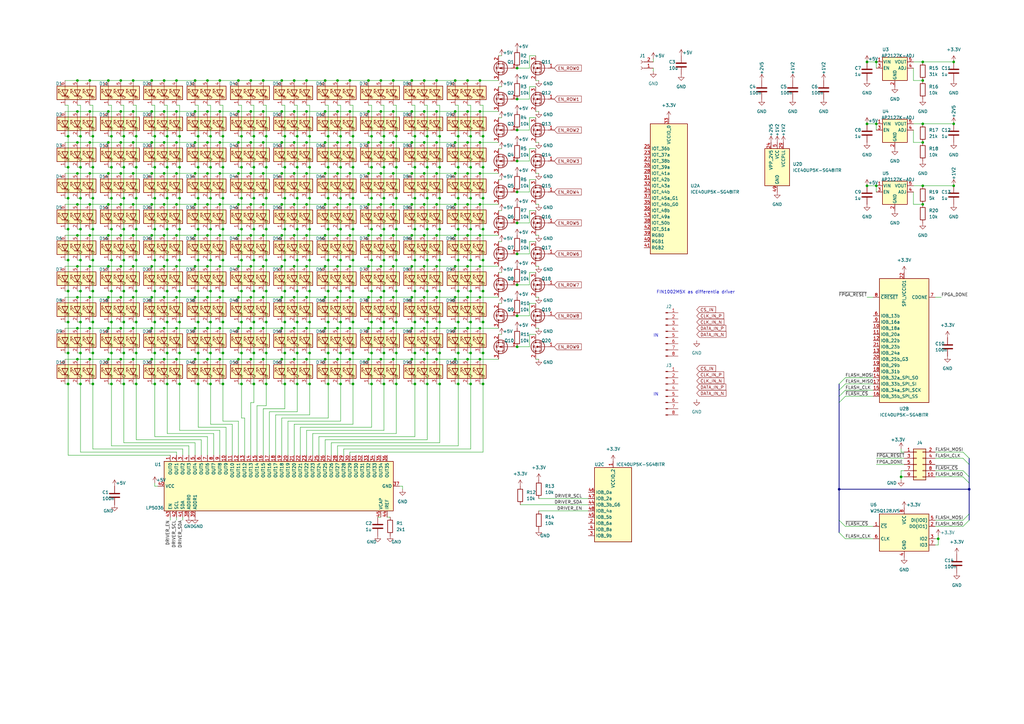
<source format=kicad_sch>
(kicad_sch (version 20230121) (generator eeschema)
  (paper "A3")
  (junction (at 91.44 144.78))
  (junction (at 378.46 25.4))
  (junction (at 151.13 121.92))
  (junction (at 152.4 132.08))
  (junction (at 72.39 71.12))
  (junction (at 196.85 96.52))
  (junction (at 162.56 55.88))
  (junction (at 139.7 132.08))
  (junction (at 173.99 58.42))
  (junction (at 33.02 119.38))
  (junction (at 139.7 55.88))
  (junction (at 73.66 144.78))
  (junction (at 97.79 121.92))
  (junction (at 81.28 119.38))
  (junction (at 85.09 71.12))
  (junction (at 116.84 157.48))
  (junction (at 157.48 93.98))
  (junction (at 68.58 106.68))
  (junction (at 44.45 121.92))
  (junction (at 109.22 55.88))
  (junction (at 55.88 81.28))
  (junction (at 138.43 33.02))
  (junction (at 67.31 134.62))
  (junction (at 49.53 96.52))
  (junction (at 115.57 121.92))
  (junction (at 186.69 58.42))
  (junction (at 156.21 96.52))
  (junction (at 91.44 106.68))
  (junction (at 170.18 106.68))
  (junction (at 109.22 81.28))
  (junction (at 143.51 109.22))
  (junction (at 120.65 71.12))
  (junction (at 91.44 93.98))
  (junction (at 49.53 134.62))
  (junction (at 27.94 55.88))
  (junction (at 139.7 119.38))
  (junction (at 73.66 93.98))
  (junction (at 120.65 121.92))
  (junction (at 168.91 134.62))
  (junction (at 38.1 106.68))
  (junction (at 212.09 53.34))
  (junction (at 50.8 157.48))
  (junction (at 157.48 119.38))
  (junction (at 81.28 106.68))
  (junction (at 49.53 121.92))
  (junction (at 157.48 68.58))
  (junction (at 152.4 119.38))
  (junction (at 157.48 157.48))
  (junction (at 212.09 142.24))
  (junction (at 45.72 157.48))
  (junction (at 187.96 119.38))
  (junction (at 125.73 83.82))
  (junction (at 127 68.58))
  (junction (at 191.77 134.62))
  (junction (at 80.01 58.42))
  (junction (at 31.75 134.62))
  (junction (at 151.13 45.72))
  (junction (at 49.53 71.12))
  (junction (at 156.21 83.82))
  (junction (at 212.09 116.84))
  (junction (at 67.31 58.42))
  (junction (at 63.5 144.78))
  (junction (at 86.36 93.98))
  (junction (at 54.61 147.32))
  (junction (at 50.8 81.28))
  (junction (at 138.43 83.82))
  (junction (at 102.87 109.22))
  (junction (at 80.01 71.12))
  (junction (at 133.35 33.02))
  (junction (at 193.04 81.28))
  (junction (at 99.06 119.38))
  (junction (at 55.88 55.88))
  (junction (at 198.12 132.08))
  (junction (at 63.5 132.08))
  (junction (at 104.14 93.98))
  (junction (at 72.39 45.72))
  (junction (at 179.07 71.12))
  (junction (at 27.94 93.98))
  (junction (at 175.26 55.88))
  (junction (at 97.79 147.32))
  (junction (at 175.26 93.98))
  (junction (at 50.8 144.78))
  (junction (at 212.09 104.14))
  (junction (at 72.39 147.32))
  (junction (at 38.1 132.08))
  (junction (at 179.07 96.52))
  (junction (at 144.78 132.08))
  (junction (at 97.79 71.12))
  (junction (at 63.5 157.48))
  (junction (at 73.66 106.68))
  (junction (at 378.46 50.8))
  (junction (at 139.7 93.98))
  (junction (at 198.12 93.98))
  (junction (at 115.57 45.72))
  (junction (at 120.65 147.32))
  (junction (at 68.58 157.48))
  (junction (at 72.39 83.82))
  (junction (at 49.53 147.32))
  (junction (at 99.06 132.08))
  (junction (at 151.13 83.82))
  (junction (at 67.31 147.32))
  (junction (at 104.14 119.38))
  (junction (at 90.17 147.32))
  (junction (at 193.04 157.48))
  (junction (at 90.17 71.12))
  (junction (at 62.23 147.32))
  (junction (at 85.09 96.52))
  (junction (at 144.78 55.88))
  (junction (at 359.41 25.4))
  (junction (at 125.73 109.22))
  (junction (at 152.4 157.48))
  (junction (at 359.41 76.2))
  (junction (at 80.01 147.32))
  (junction (at 91.44 119.38))
  (junction (at 138.43 45.72))
  (junction (at 31.75 33.02))
  (junction (at 68.58 68.58))
  (junction (at 161.29 83.82))
  (junction (at 196.85 33.02))
  (junction (at 193.04 55.88))
  (junction (at 161.29 109.22))
  (junction (at 109.22 132.08))
  (junction (at 212.09 66.04))
  (junction (at 63.5 106.68))
  (junction (at 191.77 83.82))
  (junction (at 175.26 68.58))
  (junction (at 68.58 93.98))
  (junction (at 162.56 81.28))
  (junction (at 162.56 106.68))
  (junction (at 54.61 83.82))
  (junction (at 191.77 45.72))
  (junction (at 50.8 55.88))
  (junction (at 68.58 144.78))
  (junction (at 180.34 132.08))
  (junction (at 45.72 144.78))
  (junction (at 175.26 132.08))
  (junction (at 179.07 121.92))
  (junction (at 187.96 144.78))
  (junction (at 120.65 45.72))
  (junction (at 62.23 33.02))
  (junction (at 36.83 96.52))
  (junction (at 55.88 144.78))
  (junction (at 121.92 106.68))
  (junction (at 196.85 109.22))
  (junction (at 391.16 50.8))
  (junction (at 127 157.48))
  (junction (at 31.75 109.22))
  (junction (at 162.56 119.38))
  (junction (at 173.99 134.62))
  (junction (at 175.26 157.48))
  (junction (at 36.83 134.62))
  (junction (at 162.56 68.58))
  (junction (at 36.83 33.02))
  (junction (at 196.85 134.62))
  (junction (at 31.75 71.12))
  (junction (at 115.57 83.82))
  (junction (at 54.61 45.72))
  (junction (at 109.22 144.78))
  (junction (at 133.35 134.62))
  (junction (at 134.62 106.68))
  (junction (at 397.51 200.66))
  (junction (at 196.85 58.42))
  (junction (at 38.1 144.78))
  (junction (at 187.96 68.58))
  (junction (at 102.87 147.32))
  (junction (at 151.13 109.22))
  (junction (at 107.95 83.82))
  (junction (at 67.31 96.52))
  (junction (at 50.8 93.98))
  (junction (at 120.65 33.02))
  (junction (at 107.95 45.72))
  (junction (at 97.79 83.82))
  (junction (at 162.56 157.48))
  (junction (at 27.94 106.68))
  (junction (at 85.09 45.72))
  (junction (at 133.35 83.82))
  (junction (at 143.51 134.62))
  (junction (at 173.99 96.52))
  (junction (at 138.43 58.42))
  (junction (at 44.45 33.02))
  (junction (at 162.56 93.98))
  (junction (at 73.66 81.28))
  (junction (at 151.13 134.62))
  (junction (at 99.06 106.68))
  (junction (at 157.48 132.08))
  (junction (at 38.1 119.38))
  (junction (at 102.87 71.12))
  (junction (at 198.12 106.68))
  (junction (at 138.43 71.12))
  (junction (at 173.99 109.22))
  (junction (at 186.69 96.52))
  (junction (at 91.44 55.88))
  (junction (at 139.7 68.58))
  (junction (at 31.75 147.32))
  (junction (at 67.31 33.02))
  (junction (at 81.28 144.78))
  (junction (at 180.34 68.58))
  (junction (at 120.65 109.22))
  (junction (at 193.04 93.98))
  (junction (at 80.01 96.52))
  (junction (at 134.62 68.58))
  (junction (at 81.28 93.98))
  (junction (at 161.29 71.12))
  (junction (at 44.45 58.42))
  (junction (at 168.91 58.42))
  (junction (at 97.79 109.22))
  (junction (at 133.35 109.22))
  (junction (at 63.5 93.98))
  (junction (at 125.73 121.92))
  (junction (at 196.85 45.72))
  (junction (at 156.21 58.42))
  (junction (at 180.34 119.38))
  (junction (at 173.99 45.72))
  (junction (at 139.7 144.78))
  (junction (at 121.92 119.38))
  (junction (at 50.8 132.08))
  (junction (at 161.29 147.32))
  (junction (at 44.45 96.52))
  (junction (at 33.02 55.88))
  (junction (at 168.91 83.82))
  (junction (at 72.39 58.42))
  (junction (at 49.53 109.22))
  (junction (at 187.96 106.68))
  (junction (at 104.14 81.28))
  (junction (at 27.94 81.28))
  (junction (at 121.92 93.98))
  (junction (at 344.17 200.66))
  (junction (at 85.09 58.42))
  (junction (at 175.26 144.78))
  (junction (at 157.48 106.68))
  (junction (at 72.39 121.92))
  (junction (at 54.61 71.12))
  (junction (at 62.23 121.92))
  (junction (at 196.85 147.32))
  (junction (at 49.53 33.02))
  (junction (at 120.65 134.62))
  (junction (at 186.69 121.92))
  (junction (at 97.79 58.42))
  (junction (at 179.07 33.02))
  (junction (at 27.94 144.78))
  (junction (at 193.04 106.68))
  (junction (at 193.04 132.08))
  (junction (at 212.09 40.64))
  (junction (at 180.34 144.78))
  (junction (at 191.77 96.52))
  (junction (at 121.92 144.78))
  (junction (at 162.56 132.08))
  (junction (at 62.23 134.62))
  (junction (at 90.17 96.52))
  (junction (at 104.14 106.68))
  (junction (at 109.22 119.38))
  (junction (at 186.69 147.32))
  (junction (at 170.18 132.08))
  (junction (at 54.61 121.92))
  (junction (at 144.78 157.48))
  (junction (at 152.4 106.68))
  (junction (at 36.83 58.42))
  (junction (at 102.87 33.02))
  (junction (at 55.88 157.48))
  (junction (at 170.18 81.28))
  (junction (at 90.17 33.02))
  (junction (at 102.87 134.62))
  (junction (at 175.26 81.28))
  (junction (at 102.87 83.82))
  (junction (at 90.17 83.82))
  (junction (at 86.36 132.08))
  (junction (at 152.4 55.88))
  (junction (at 107.95 109.22))
  (junction (at 151.13 96.52))
  (junction (at 212.09 78.74))
  (junction (at 85.09 121.92))
  (junction (at 54.61 33.02))
  (junction (at 102.87 58.42))
  (junction (at 54.61 109.22))
  (junction (at 62.23 83.82))
  (junction (at 104.14 157.48))
  (junction (at 97.79 33.02))
  (junction (at 44.45 109.22))
  (junction (at 99.06 81.28))
  (junction (at 173.99 147.32))
  (junction (at 80.01 109.22))
  (junction (at 50.8 68.58))
  (junction (at 73.66 119.38))
  (junction (at 99.06 93.98))
  (junction (at 91.44 81.28))
  (junction (at 63.5 81.28))
  (junction (at 157.48 81.28))
  (junction (at 81.28 81.28))
  (junction (at 68.58 55.88))
  (junction (at 143.51 147.32))
  (junction (at 45.72 93.98))
  (junction (at 152.4 144.78))
  (junction (at 68.58 119.38))
  (junction (at 179.07 109.22))
  (junction (at 121.92 132.08))
  (junction (at 212.09 91.44))
  (junction (at 107.95 134.62))
  (junction (at 139.7 106.68))
  (junction (at 91.44 132.08))
  (junction (at 90.17 45.72))
  (junction (at 212.09 27.94))
  (junction (at 186.69 45.72))
  (junction (at 44.45 45.72))
  (junction (at 144.78 119.38))
  (junction (at 359.41 50.8))
  (junction (at 90.17 121.92))
  (junction (at 44.45 147.32))
  (junction (at 102.87 45.72))
  (junction (at 186.69 83.82))
  (junction (at 107.95 96.52))
  (junction (at 107.95 58.42))
  (junction (at 138.43 96.52))
  (junction (at 99.06 68.58))
  (junction (at 31.75 83.82))
  (junction (at 116.84 119.38))
  (junction (at 157.48 55.88))
  (junction (at 168.91 109.22))
  (junction (at 143.51 83.82))
  (junction (at 81.28 55.88))
  (junction (at 55.88 68.58))
  (junction (at 187.96 132.08))
  (junction (at 168.91 96.52))
  (junction (at 72.39 109.22))
  (junction (at 49.53 58.42))
  (junction (at 67.31 45.72))
  (junction (at 187.96 93.98))
  (junction (at 156.21 45.72))
  (junction (at 138.43 134.62))
  (junction (at 134.62 81.28))
  (junction (at 49.53 83.82))
  (junction (at 107.95 147.32))
  (junction (at 81.28 68.58))
  (junction (at 127 55.88))
  (junction (at 73.66 132.08))
  (junction (at 170.18 68.58))
  (junction (at 161.29 58.42))
  (junction (at 151.13 58.42))
  (junction (at 36.83 109.22))
  (junction (at 97.79 134.62))
  (junction (at 62.23 45.72))
  (junction (at 107.95 33.02))
  (junction (at 27.94 132.08))
  (junction (at 54.61 58.42))
  (junction (at 161.29 33.02))
  (junction (at 196.85 71.12))
  (junction (at 67.31 71.12))
  (junction (at 139.7 157.48))
  (junction (at 134.62 93.98))
  (junction (at 198.12 119.38))
  (junction (at 97.79 45.72))
  (junction (at 99.06 157.48))
  (junction (at 85.09 109.22))
  (junction (at 55.88 93.98))
  (junction (at 156.21 71.12))
  (junction (at 127 144.78))
  (junction (at 196.85 83.82))
  (junction (at 168.91 45.72))
  (junction (at 38.1 157.48))
  (junction (at 72.39 134.62))
  (junction (at 31.75 121.92))
  (junction (at 80.01 121.92))
  (junction (at 104.14 132.08))
  (junction (at 198.12 55.88))
  (junction (at 170.18 157.48))
  (junction (at 31.75 58.42))
  (junction (at 86.36 157.48))
  (junction (at 115.57 96.52))
  (junction (at 180.34 106.68))
  (junction (at 179.07 58.42))
  (junction (at 81.28 132.08))
  (junction (at 170.18 119.38))
  (junction (at 27.94 68.58))
  (junction (at 133.35 58.42))
  (junction (at 67.31 83.82))
  (junction (at 143.51 33.02))
  (junction (at 116.84 132.08))
  (junction (at 191.77 71.12))
  (junction (at 127 119.38))
  (junction (at 97.79 96.52))
  (junction (at 73.66 157.48))
  (junction (at 27.94 119.38))
  (junction (at 115.57 134.62))
  (junction (at 121.92 68.58))
  (junction (at 115.57 58.42))
  (junction (at 31.75 96.52))
  (junction (at 127 93.98))
  (junction (at 139.7 81.28))
  (junction (at 45.72 68.58))
  (junction (at 127 81.28))
  (junction (at 187.96 55.88))
  (junction (at 125.73 71.12))
  (junction (at 80.01 134.62))
  (junction (at 68.58 81.28))
  (junction (at 161.29 134.62))
  (junction (at 391.16 76.2))
  (junction (at 125.73 45.72))
  (junction (at 161.29 96.52))
  (junction (at 116.84 55.88))
  (junction (at 91.44 157.48))
  (junction (at 180.34 157.48))
  (junction (at 198.12 144.78))
  (junction (at 133.35 45.72))
  (junction (at 91.44 68.58))
  (junction (at 378.46 76.2))
  (junction (at 193.04 144.78))
  (junction (at 33.02 81.28))
  (junction (at 125.73 58.42))
  (junction (at 115.57 109.22))
  (junction (at 85.09 33.02))
  (junction (at 186.69 134.62))
  (junction (at 55.88 119.38))
  (junction (at 86.36 68.58))
  (junction (at 186.69 71.12))
  (junction (at 45.72 81.28))
  (junction (at 196.85 121.92))
  (junction (at 109.22 106.68))
  (junction (at 102.87 96.52))
  (junction (at 138.43 147.32))
  (junction (at 186.69 33.02))
  (junction (at 355.6 50.8))
  (junction (at 193.04 68.58))
  (junction (at 115.57 71.12))
  (junction (at 36.83 45.72))
  (junction (at 36.83 147.32))
  (junction (at 378.46 58.42))
  (junction (at 38.1 55.88))
  (junction (at 143.51 96.52))
  (junction (at 179.07 147.32))
  (junction (at 186.69 109.22))
  (junction (at 355.6 76.2))
  (junction (at 45.72 106.68))
  (junction (at 116.84 81.28))
  (junction (at 116.84 93.98))
  (junction (at 50.8 119.38))
  (junction (at 116.84 68.58))
  (junction (at 120.65 58.42))
  (junction (at 67.31 121.92))
  (junction (at 86.36 55.88))
  (junction (at 193.04 119.38))
  (junction (at 85.09 147.32))
  (junction (at 99.06 55.88))
  (junction (at 107.95 71.12))
  (junction (at 156.21 121.92))
  (junction (at 125.73 33.02))
  (junction (at 104.14 144.78))
  (junction (at 38.1 68.58))
  (junction (at 62.23 96.52))
  (junction (at 156.21 33.02))
  (junction (at 86.36 119.38))
  (junction (at 33.02 93.98))
  (junction (at 67.31 109.22))
  (junction (at 180.34 81.28))
  (junction (at 107.95 121.92))
  (junction (at 31.75 45.72))
  (junction (at 138.43 121.92))
  (junction (at 62.23 58.42))
  (junction (at 175.26 119.38))
  (junction (at 144.78 93.98))
  (junction (at 109.22 157.48))
  (junction (at 157.48 144.78))
  (junction (at 369.57 195.58))
  (junction (at 54.61 96.52))
  (junction (at 33.02 68.58))
  (junction (at 85.09 134.62))
  (junction (at 162.56 144.78))
  (junction (at 63.5 68.58))
  (junction (at 116.84 106.68))
  (junction (at 33.02 106.68))
  (junction (at 121.92 157.48))
  (junction (at 180.34 55.88))
  (junction (at 378.46 83.82))
  (junction (at 116.84 144.78))
  (junction (at 80.01 83.82))
  (junction (at 38.1 81.28))
  (junction (at 133.35 147.32))
  (junction (at 152.4 81.28))
  (junction (at 144.78 81.28))
  (junction (at 90.17 58.42))
  (junction (at 173.99 71.12))
  (junction (at 134.62 132.08))
  (junction (at 127 106.68))
  (junction (at 391.16 25.4))
  (junction (at 151.13 33.02))
  (junction (at 175.26 106.68))
  (junction (at 143.51 58.42))
  (junction (at 127 132.08))
  (junction (at 179.07 134.62))
  (junction (at 55.88 106.68))
  (junction (at 198.12 81.28))
  (junction (at 27.94 157.48))
  (junction (at 44.45 83.82))
  (junction (at 36.83 83.82))
  (junction (at 121.92 81.28))
  (junction (at 36.83 71.12))
  (junction (at 102.87 121.92))
  (junction (at 99.06 144.78))
  (junction (at 143.51 71.12))
  (junction (at 104.14 55.88))
  (junction (at 49.53 45.72))
  (junction (at 173.99 121.92))
  (junction (at 134.62 144.78))
  (junction (at 152.4 93.98))
  (junction (at 62.23 71.12))
  (junction (at 180.34 93.98))
  (junction (at 73.66 55.88))
  (junction (at 115.57 33.02))
  (junction (at 191.77 58.42))
  (junction (at 191.77 147.32))
  (junction (at 109.22 93.98))
  (junction (at 80.01 45.72))
  (junction (at 45.72 132.08))
  (junction (at 191.77 109.22))
  (junction (at 85.09 83.82))
  (junction (at 90.17 109.22))
  (junction (at 179.07 45.72))
  (junction (at 90.17 134.62))
  (junction (at 156.21 134.62))
  (junction (at 63.5 119.38))
  (junction (at 138.43 109.22))
  (junction (at 170.18 55.88))
  (junction (at 161.29 121.92))
  (junction (at 115.57 147.32))
  (junction (at 144.78 144.78))
  (junction (at 125.73 96.52))
  (junction (at 191.77 121.92))
  (junction (at 33.02 132.08))
  (junction (at 378.46 33.02))
  (junction (at 168.91 71.12))
  (junction (at 45.72 55.88))
  (junction (at 156.21 147.32))
  (junction (at 54.61 134.62))
  (junction (at 134.62 55.88))
  (junction (at 73.66 68.58))
  (junction (at 198.12 68.58))
  (junction (at 170.18 93.98))
  (junction (at 120.65 83.82))
  (junction (at 191.77 33.02))
  (junction (at 62.23 109.22))
  (junction (at 38.1 93.98))
  (junction (at 168.91 33.02))
  (junction (at 168.91 121.92))
  (junction (at 121.92 55.88))
  (junction (at 173.99 83.82))
  (junction (at 173.99 33.02))
  (junction (at 133.35 96.52))
  (junction (at 212.09 129.54))
  (junction (at 44.45 71.12))
  (junction (at 355.6 25.4))
  (junction (at 50.8 106.68))
  (junction (at 168.91 147.32))
  (junction (at 133.35 71.12))
  (junction (at 33.02 157.48))
  (junction (at 134.62 157.48))
  (junction (at 125.73 147.32))
  (junction (at 156.21 109.22))
  (junction (at 120.65 96.52))
  (junction (at 68.58 132.08))
  (junction (at 125.73 134.62))
  (junction (at 80.01 33.02))
  (junction (at 104.14 68.58))
  (junction (at 198.12 157.48))
  (junction (at 152.4 68.58))
  (junction (at 134.62 119.38))
  (junction (at 187.96 157.48))
  (junction (at 109.22 68.58))
  (junction (at 72.39 96.52))
  (junction (at 44.45 134.62))
  (junction (at 81.28 157.48))
  (junction (at 187.96 81.28))
  (junction (at 86.36 144.78))
  (junction (at 144.78 106.68))
  (junction (at 63.5 55.88))
  (junction (at 144.78 68.58))
  (junction (at 33.02 144.78))
  (junction (at 161.29 45.72))
  (junction (at 179.07 83.82))
  (junction (at 133.35 121.92))
  (junction (at 170.18 144.78))
  (junction (at 86.36 106.68))
  (junction (at 55.88 132.08))
  (junction (at 151.13 71.12))
  (junction (at 151.13 147.32))
  (junction (at 143.51 45.72))
  (junction (at 45.72 119.38))
  (junction (at 384.81 220.98))
  (junction (at 143.51 121.92))
  (junction (at 36.83 121.92))
  (junction (at 86.36 81.28))
  (junction (at 72.39 33.02))
  (bus_entry (at 397.51 210.82) (size -2.54 2.54))
  (bus_entry (at 394.97 193.04) (size 2.54 2.54))
  (bus_entry (at 344.17 160.02) (size 2.54 -2.54))
  (bus_entry (at 344.17 162.56) (size 2.54 -2.54))
  (bus_entry (at 344.17 157.48) (size 2.54 -2.54))
  (bus_entry (at 344.17 213.36) (size 2.54 2.54))
  (bus_entry (at 397.51 213.36) (size -2.54 2.54))
  (bus_entry (at 344.17 218.44) (size 2.54 2.54))
  (bus_entry (at 344.17 165.1) (size 2.54 -2.54))
  (bus_entry (at 394.97 187.96) (size 2.54 2.54))
  (bus_entry (at 394.97 195.58) (size 2.54 2.54))
  (bus_entry (at 394.97 185.42) (size 2.54 2.54))
  (wire (pts (xy 80.01 144.78) (xy 81.28 144.78)))
  (wire (pts (xy 120.65 157.48) (xy 121.92 157.48)))
  (wire (pts (xy 107.95 43.18) (xy 109.22 43.18)))
  (wire (pts (xy 80.01 71.12) (xy 85.09 71.12)))
  (wire (pts (xy 38.1 132.08) (xy 38.1 144.78)))
  (wire (pts (xy 217.17 73.66) (xy 217.17 78.74)))
  (wire (pts (xy 180.34 43.18) (xy 180.34 55.88)))
  (wire (pts (xy 378.46 76.2) (xy 391.16 76.2)))
  (wire (pts (xy 179.07 147.32) (xy 186.69 147.32)))
  (wire (pts (xy 97.79 119.38) (xy 99.06 119.38)))
  (wire (pts (xy 54.61 134.62) (xy 62.23 134.62)))
  (wire (pts (xy 82.55 180.34) (xy 55.88 180.34)))
  (wire (pts (xy 346.71 162.56) (xy 358.14 162.56)))
  (wire (pts (xy 127 119.38) (xy 127 132.08)))
  (wire (pts (xy 143.51 58.42) (xy 151.13 58.42)))
  (wire (pts (xy 157.48 157.48) (xy 157.48 176.53)))
  (wire (pts (xy 125.73 71.12) (xy 133.35 71.12)))
  (wire (pts (xy 383.54 193.04) (xy 394.97 193.04)))
  (wire (pts (xy 198.12 144.78) (xy 198.12 157.48)))
  (wire (pts (xy 81.28 175.26) (xy 81.28 157.48)))
  (wire (pts (xy 73.66 144.78) (xy 73.66 157.48)))
  (wire (pts (xy 31.75 119.38) (xy 33.02 119.38)))
  (wire (pts (xy 49.53 144.78) (xy 50.8 144.78)))
  (wire (pts (xy 151.13 55.88) (xy 152.4 55.88)))
  (wire (pts (xy 49.53 45.72) (xy 54.61 45.72)))
  (wire (pts (xy 67.31 45.72) (xy 72.39 45.72)))
  (wire (pts (xy 187.96 55.88) (xy 187.96 68.58)))
  (wire (pts (xy 204.47 60.96) (xy 205.74 60.96)))
  (wire (pts (xy 198.12 93.98) (xy 198.12 106.68)))
  (wire (pts (xy 50.8 81.28) (xy 50.8 93.98)))
  (wire (pts (xy 80.01 132.08) (xy 81.28 132.08)))
  (wire (pts (xy 27.94 106.68) (xy 27.94 119.38)))
  (wire (pts (xy 63.5 106.68) (xy 63.5 119.38)))
  (wire (pts (xy 36.83 58.42) (xy 44.45 58.42)))
  (wire (pts (xy 143.51 43.18) (xy 144.78 43.18)))
  (wire (pts (xy 107.95 96.52) (xy 115.57 96.52)))
  (wire (pts (xy 120.65 119.38) (xy 121.92 119.38)))
  (wire (pts (xy 97.79 172.72) (xy 91.44 172.72)))
  (wire (pts (xy 26.67 68.58) (xy 27.94 68.58)))
  (wire (pts (xy 49.53 55.88) (xy 50.8 55.88)))
  (wire (pts (xy 49.53 71.12) (xy 54.61 71.12)))
  (wire (pts (xy 191.77 144.78) (xy 193.04 144.78)))
  (wire (pts (xy 154.94 212.09) (xy 156.21 212.09)))
  (wire (pts (xy 44.45 55.88) (xy 45.72 55.88)))
  (wire (pts (xy 44.45 147.32) (xy 49.53 147.32)))
  (wire (pts (xy 175.26 144.78) (xy 175.26 157.48)))
  (wire (pts (xy 85.09 132.08) (xy 86.36 132.08)))
  (wire (pts (xy 138.43 33.02) (xy 143.51 33.02)))
  (wire (pts (xy 217.17 78.74) (xy 212.09 78.74)))
  (wire (pts (xy 69.85 212.09) (xy 69.85 213.36)))
  (wire (pts (xy 45.72 55.88) (xy 45.72 68.58)))
  (wire (pts (xy 50.8 132.08) (xy 50.8 144.78)))
  (wire (pts (xy 54.61 121.92) (xy 62.23 121.92)))
  (wire (pts (xy 143.51 81.28) (xy 144.78 81.28)))
  (wire (pts (xy 144.78 119.38) (xy 144.78 132.08)))
  (wire (pts (xy 27.94 55.88) (xy 27.94 68.58)))
  (wire (pts (xy 45.72 43.18) (xy 45.72 55.88)))
  (wire (pts (xy 115.57 119.38) (xy 116.84 119.38)))
  (wire (pts (xy 140.97 184.15) (xy 140.97 186.69)))
  (wire (pts (xy 31.75 121.92) (xy 36.83 121.92)))
  (wire (pts (xy 116.84 144.78) (xy 116.84 157.48)))
  (wire (pts (xy 125.73 157.48) (xy 127 157.48)))
  (wire (pts (xy 102.87 81.28) (xy 104.14 81.28)))
  (wire (pts (xy 31.75 134.62) (xy 36.83 134.62)))
  (wire (pts (xy 121.92 168.91) (xy 110.49 168.91)))
  (wire (pts (xy 104.14 132.08) (xy 104.14 144.78)))
  (wire (pts (xy 143.51 132.08) (xy 144.78 132.08)))
  (wire (pts (xy 86.36 81.28) (xy 86.36 93.98)))
  (wire (pts (xy 109.22 132.08) (xy 109.22 144.78)))
  (wire (pts (xy 168.91 43.18) (xy 170.18 43.18)))
  (wire (pts (xy 152.4 106.68) (xy 152.4 119.38)))
  (wire (pts (xy 44.45 83.82) (xy 49.53 83.82)))
  (wire (pts (xy 180.34 81.28) (xy 180.34 93.98)))
  (wire (pts (xy 33.02 185.42) (xy 33.02 157.48)))
  (wire (pts (xy 179.07 96.52) (xy 186.69 96.52)))
  (wire (pts (xy 31.75 71.12) (xy 36.83 71.12)))
  (wire (pts (xy 63.5 43.18) (xy 63.5 55.88)))
  (wire (pts (xy 168.91 157.48) (xy 170.18 157.48)))
  (wire (pts (xy 161.29 157.48) (xy 162.56 157.48)))
  (wire (pts (xy 156.21 144.78) (xy 157.48 144.78)))
  (wire (pts (xy 63.5 119.38) (xy 63.5 132.08)))
  (wire (pts (xy 91.44 68.58) (xy 91.44 81.28)))
  (wire (pts (xy 115.57 109.22) (xy 120.65 109.22)))
  (wire (pts (xy 383.54 213.36) (xy 394.97 213.36)))
  (wire (pts (xy 72.39 144.78) (xy 73.66 144.78)))
  (wire (pts (xy 97.79 33.02) (xy 102.87 33.02)))
  (wire (pts (xy 38.1 43.18) (xy 38.1 55.88)))
  (wire (pts (xy 115.57 106.68) (xy 116.84 106.68)))
  (wire (pts (xy 27.94 132.08) (xy 27.94 144.78)))
  (wire (pts (xy 138.43 106.68) (xy 139.7 106.68)))
  (wire (pts (xy 120.65 132.08) (xy 121.92 132.08)))
  (wire (pts (xy 102.87 109.22) (xy 107.95 109.22)))
  (wire (pts (xy 86.36 157.48) (xy 86.36 173.99)))
  (wire (pts (xy 133.35 132.08) (xy 134.62 132.08)))
  (wire (pts (xy 180.34 68.58) (xy 180.34 81.28)))
  (wire (pts (xy 173.99 132.08) (xy 175.26 132.08)))
  (wire (pts (xy 152.4 132.08) (xy 152.4 144.78)))
  (wire (pts (xy 369.57 193.04) (xy 370.84 193.04)))
  (wire (pts (xy 44.45 45.72) (xy 49.53 45.72)))
  (wire (pts (xy 36.83 109.22) (xy 44.45 109.22)))
  (wire (pts (xy 125.73 109.22) (xy 133.35 109.22)))
  (wire (pts (xy 133.35 147.32) (xy 138.43 147.32)))
  (wire (pts (xy 161.29 68.58) (xy 162.56 68.58)))
  (wire (pts (xy 72.39 55.88) (xy 73.66 55.88)))
  (wire (pts (xy 107.95 33.02) (xy 115.57 33.02)))
  (wire (pts (xy 383.54 195.58) (xy 394.97 195.58)))
  (wire (pts (xy 180.34 132.08) (xy 180.34 144.78)))
  (wire (pts (xy 161.29 144.78) (xy 162.56 144.78)))
  (wire (pts (xy 134.62 68.58) (xy 134.62 81.28)))
  (wire (pts (xy 109.22 93.98) (xy 109.22 106.68)))
  (wire (pts (xy 133.35 83.82) (xy 138.43 83.82)))
  (wire (pts (xy 134.62 171.45) (xy 115.57 171.45)))
  (wire (pts (xy 67.31 147.32) (xy 72.39 147.32)))
  (wire (pts (xy 67.31 134.62) (xy 72.39 134.62)))
  (wire (pts (xy 38.1 93.98) (xy 38.1 106.68)))
  (wire (pts (xy 196.85 144.78) (xy 198.12 144.78)))
  (wire (pts (xy 220.98 121.92) (xy 219.71 121.92)))
  (wire (pts (xy 179.07 157.48) (xy 180.34 157.48)))
  (wire (pts (xy 55.88 119.38) (xy 55.88 132.08)))
  (wire (pts (xy 143.51 33.02) (xy 151.13 33.02)))
  (wire (pts (xy 49.53 119.38) (xy 50.8 119.38)))
  (wire (pts (xy 54.61 106.68) (xy 55.88 106.68)))
  (wire (pts (xy 196.85 58.42) (xy 204.47 58.42)))
  (wire (pts (xy 384.81 220.98) (xy 384.81 219.71)))
  (wire (pts (xy 133.35 144.78) (xy 134.62 144.78)))
  (wire (pts (xy 120.65 68.58) (xy 121.92 68.58)))
  (wire (pts (xy 143.51 134.62) (xy 151.13 134.62)))
  (wire (pts (xy 72.39 93.98) (xy 73.66 93.98)))
  (wire (pts (xy 62.23 109.22) (xy 67.31 109.22)))
  (wire (pts (xy 204.47 73.66) (xy 205.74 73.66)))
  (wire (pts (xy 26.67 96.52) (xy 31.75 96.52)))
  (wire (pts (xy 97.79 93.98) (xy 99.06 93.98)))
  (wire (pts (xy 104.14 106.68) (xy 104.14 119.38)))
  (wire (pts (xy 33.02 68.58) (xy 33.02 81.28)))
  (wire (pts (xy 217.17 40.64) (xy 212.09 40.64)))
  (wire (pts (xy 36.83 157.48) (xy 38.1 157.48)))
  (wire (pts (xy 161.29 83.82) (xy 168.91 83.82)))
  (wire (pts (xy 156.21 93.98) (xy 157.48 93.98)))
  (wire (pts (xy 151.13 33.02) (xy 156.21 33.02)))
  (wire (pts (xy 91.44 119.38) (xy 91.44 132.08)))
  (wire (pts (xy 161.29 71.12) (xy 168.91 71.12)))
  (wire (pts (xy 369.57 184.15) (xy 369.57 185.42)))
  (wire (pts (xy 133.35 45.72) (xy 138.43 45.72)))
  (wire (pts (xy 156.21 132.08) (xy 157.48 132.08)))
  (wire (pts (xy 359.41 76.2) (xy 359.41 78.74)))
  (wire (pts (xy 26.67 83.82) (xy 31.75 83.82)))
  (wire (pts (xy 191.77 96.52) (xy 196.85 96.52)))
  (wire (pts (xy 125.73 106.68) (xy 127 106.68)))
  (wire (pts (xy 86.36 55.88) (xy 86.36 68.58)))
  (wire (pts (xy 54.61 81.28) (xy 55.88 81.28)))
  (wire (pts (xy 97.79 96.52) (xy 102.87 96.52)))
  (wire (pts (xy 44.45 43.18) (xy 45.72 43.18)))
  (wire (pts (xy 156.21 106.68) (xy 157.48 106.68)))
  (wire (pts (xy 179.07 71.12) (xy 186.69 71.12)))
  (wire (pts (xy 173.99 83.82) (xy 179.07 83.82)))
  (wire (pts (xy 31.75 157.48) (xy 33.02 157.48)))
  (wire (pts (xy 217.17 124.46) (xy 217.17 129.54)))
  (wire (pts (xy 62.23 33.02) (xy 67.31 33.02)))
  (wire (pts (xy 191.77 83.82) (xy 196.85 83.82)))
  (wire (pts (xy 133.35 93.98) (xy 134.62 93.98)))
  (wire (pts (xy 134.62 106.68) (xy 134.62 119.38)))
  (wire (pts (xy 86.36 43.18) (xy 86.36 55.88)))
  (wire (pts (xy 85.09 121.92) (xy 90.17 121.92)))
  (wire (pts (xy 44.45 33.02) (xy 49.53 33.02)))
  (wire (pts (xy 179.07 109.22) (xy 186.69 109.22)))
  (wire (pts (xy 109.22 68.58) (xy 109.22 81.28)))
  (wire (pts (xy 85.09 179.07) (xy 85.09 186.69)))
  (wire (pts (xy 157.48 144.78) (xy 157.48 157.48)))
  (wire (pts (xy 97.79 83.82) (xy 102.87 83.82)))
  (wire (pts (xy 374.65 50.8) (xy 378.46 50.8)))
  (wire (pts (xy 90.17 109.22) (xy 97.79 109.22)))
  (wire (pts (xy 161.29 106.68) (xy 162.56 106.68)))
  (wire (pts (xy 168.91 106.68) (xy 170.18 106.68)))
  (wire (pts (xy 110.49 168.91) (xy 110.49 186.69)))
  (wire (pts (xy 74.93 184.15) (xy 74.93 186.69)))
  (wire (pts (xy 138.43 55.88) (xy 139.7 55.88)))
  (wire (pts (xy 91.44 172.72) (xy 91.44 157.48)))
  (wire (pts (xy 62.23 83.82) (xy 67.31 83.82)))
  (wire (pts (xy 81.28 93.98) (xy 81.28 106.68)))
  (wire (pts (xy 44.45 121.92) (xy 49.53 121.92)))
  (wire (pts (xy 173.99 45.72) (xy 179.07 45.72)))
  (wire (pts (xy 138.43 68.58) (xy 139.7 68.58)))
  (wire (pts (xy 220.98 209.55) (xy 241.3 209.55)))
  (wire (pts (xy 217.17 142.24) (xy 212.09 142.24)))
  (wire (pts (xy 31.75 45.72) (xy 36.83 45.72)))
  (wire (pts (xy 168.91 96.52) (xy 173.99 96.52)))
  (wire (pts (xy 102.87 157.48) (xy 104.14 157.48)))
  (wire (pts (xy 165.1 199.39) (xy 165.1 200.66)))
  (wire (pts (xy 90.17 45.72) (xy 97.79 45.72)))
  (wire (pts (xy 220.98 45.72) (xy 219.71 45.72)))
  (wire (pts (xy 161.29 93.98) (xy 162.56 93.98)))
  (wire (pts (xy 54.61 33.02) (xy 62.23 33.02)))
  (wire (pts (xy 143.51 71.12) (xy 151.13 71.12)))
  (wire (pts (xy 217.17 99.06) (xy 217.17 104.14)))
  (wire (pts (xy 186.69 147.32) (xy 191.77 147.32)))
  (wire (pts (xy 152.4 93.98) (xy 152.4 106.68)))
  (wire (pts (xy 116.84 43.18) (xy 116.84 55.88)))
  (wire (pts (xy 143.51 68.58) (xy 144.78 68.58)))
  (wire (pts (xy 92.71 175.26) (xy 81.28 175.26)))
  (wire (pts (xy 151.13 157.48) (xy 152.4 157.48)))
  (wire (pts (xy 157.48 81.28) (xy 157.48 93.98)))
  (wire (pts (xy 90.17 71.12) (xy 97.79 71.12)))
  (wire (pts (xy 162.56 106.68) (xy 162.56 119.38)))
  (wire (pts (xy 62.23 45.72) (xy 67.31 45.72)))
  (wire (pts (xy 38.1 119.38) (xy 38.1 132.08)))
  (wire (pts (xy 133.35 106.68) (xy 134.62 106.68)))
  (wire (pts (xy 73.66 119.38) (xy 73.66 132.08)))
  (wire (pts (xy 63.5 199.39) (xy 64.77 199.39)))
  (wire (pts (xy 168.91 45.72) (xy 173.99 45.72)))
  (wire (pts (xy 143.51 144.78) (xy 144.78 144.78)))
  (wire (pts (xy 383.54 220.98) (xy 384.81 220.98)))
  (wire (pts (xy 378.46 58.42) (xy 374.65 58.42)))
  (wire (pts (xy 143.51 147.32) (xy 151.13 147.32)))
  (wire (pts (xy 374.65 33.02) (xy 374.65 27.94)))
  (wire (pts (xy 193.04 144.78) (xy 193.04 157.48)))
  (wire (pts (xy 54.61 55.88) (xy 55.88 55.88)))
  (wire (pts (xy 267.97 24.13) (xy 267.97 25.4)))
  (wire (pts (xy 173.99 55.88) (xy 175.26 55.88)))
  (wire (pts (xy 109.22 43.18) (xy 109.22 55.88)))
  (wire (pts (xy 72.39 33.02) (xy 80.01 33.02)))
  (wire (pts (xy 125.73 45.72) (xy 133.35 45.72)))
  (wire (pts (xy 44.45 93.98) (xy 45.72 93.98)))
  (wire (pts (xy 151.13 93.98) (xy 152.4 93.98)))
  (wire (pts (xy 99.06 132.08) (xy 99.06 144.78)))
  (wire (pts (xy 38.1 144.78) (xy 38.1 157.48)))
  (wire (pts (xy 80.01 181.61) (xy 80.01 186.69)))
  (wire (pts (xy 219.71 86.36) (xy 217.17 86.36)))
  (wire (pts (xy 26.67 132.08) (xy 27.94 132.08)))
  (wire (pts (xy 91.44 93.98) (xy 91.44 106.68)))
  (wire (pts (xy 186.69 33.02) (xy 191.77 33.02)))
  (wire (pts (xy 193.04 132.08) (xy 193.04 144.78)))
  (wire (pts (xy 196.85 93.98) (xy 198.12 93.98)))
  (wire (pts (xy 173.99 71.12) (xy 179.07 71.12)))
  (wire (pts (xy 125.73 93.98) (xy 127 93.98)))
  (wire (pts (xy 191.77 43.18) (xy 193.04 43.18)))
  (wire (pts (xy 139.7 93.98) (xy 139.7 106.68)))
  (wire (pts (xy 198.12 81.28) (xy 198.12 93.98)))
  (wire (pts (xy 125.73 83.82) (xy 133.35 83.82)))
  (wire (pts (xy 161.29 55.88) (xy 162.56 55.88)))
  (wire (pts (xy 102.87 132.08) (xy 104.14 132.08)))
  (wire (pts (xy 151.13 144.78) (xy 152.4 144.78)))
  (wire (pts (xy 31.75 147.32) (xy 36.83 147.32)))
  (wire (pts (xy 102.87 71.12) (xy 107.95 71.12)))
  (wire (pts (xy 168.91 93.98) (xy 170.18 93.98)))
  (wire (pts (xy 120.65 96.52) (xy 125.73 96.52)))
  (wire (pts (xy 87.63 186.69) (xy 87.63 177.8)))
  (wire (pts (xy 170.18 157.48) (xy 170.18 179.07)))
  (wire (pts (xy 62.23 134.62) (xy 67.31 134.62)))
  (wire (pts (xy 85.09 43.18) (xy 86.36 43.18)))
  (wire (pts (xy 99.06 106.68) (xy 99.06 119.38)))
  (wire (pts (xy 125.73 132.08) (xy 127 132.08)))
  (wire (pts (xy 62.23 68.58) (xy 63.5 68.58)))
  (wire (pts (xy 33.02 132.08) (xy 33.02 144.78)))
  (wire (pts (xy 107.95 55.88) (xy 109.22 55.88)))
  (wire (pts (xy 163.83 199.39) (xy 165.1 199.39)))
  (wire (pts (xy 85.09 93.98) (xy 86.36 93.98)))
  (wire (pts (xy 62.23 55.88) (xy 63.5 55.88)))
  (wire (pts (xy 97.79 121.92) (xy 102.87 121.92)))
  (wire (pts (xy 97.79 68.58) (xy 99.06 68.58)))
  (wire (pts (xy 157.48 55.88) (xy 157.48 68.58)))
  (wire (pts (xy 91.44 81.28) (xy 91.44 93.98)))
  (wire (pts (xy 157.48 132.08) (xy 157.48 144.78)))
  (wire (pts (xy 45.72 144.78) (xy 45.72 157.48)))
  (bus (pts (xy 344.17 200.66) (xy 344.17 213.36)))
  (wire (pts (xy 109.22 144.78) (xy 109.22 157.48)))
  (wire (pts (xy 26.67 106.68) (xy 27.94 106.68)))
  (wire (pts (xy 217.17 137.16) (xy 217.17 142.24)))
  (wire (pts (xy 168.91 119.38) (xy 170.18 119.38)))
  (wire (pts (xy 31.75 144.78) (xy 33.02 144.78)))
  (wire (pts (xy 67.31 71.12) (xy 72.39 71.12)))
  (wire (pts (xy 55.88 81.28) (xy 55.88 93.98)))
  (wire (pts (xy 62.23 121.92) (xy 67.31 121.92)))
  (wire (pts (xy 99.06 81.28) (xy 99.06 93.98)))
  (wire (pts (xy 127 106.68) (xy 127 119.38)))
  (wire (pts (xy 49.53 83.82) (xy 54.61 83.82)))
  (wire (pts (xy 27.94 68.58) (xy 27.94 81.28)))
  (wire (pts (xy 36.83 147.32) (xy 44.45 147.32)))
  (wire (pts (xy 31.75 96.52) (xy 36.83 96.52)))
  (wire (pts (xy 143.51 119.38) (xy 144.78 119.38)))
  (wire (pts (xy 346.71 160.02) (xy 358.14 160.02)))
  (bus (pts (xy 344.17 160.02) (xy 344.17 162.56)))
  (wire (pts (xy 144.78 106.68) (xy 144.78 119.38)))
  (wire (pts (xy 179.07 81.28) (xy 180.34 81.28)))
  (wire (pts (xy 191.77 71.12) (xy 196.85 71.12)))
  (wire (pts (xy 104.14 81.28) (xy 104.14 93.98)))
  (wire (pts (xy 45.72 93.98) (xy 45.72 106.68)))
  (wire (pts (xy 168.91 71.12) (xy 173.99 71.12)))
  (wire (pts (xy 33.02 55.88) (xy 33.02 68.58)))
  (wire (pts (xy 55.88 55.88) (xy 55.88 68.58)))
  (wire (pts (xy 133.35 96.52) (xy 138.43 96.52)))
  (wire (pts (xy 38.1 184.15) (xy 74.93 184.15)))
  (wire (pts (xy 85.09 109.22) (xy 90.17 109.22)))
  (wire (pts (xy 50.8 119.38) (xy 50.8 132.08)))
  (wire (pts (xy 170.18 179.07) (xy 130.81 179.07)))
  (wire (pts (xy 63.5 55.88) (xy 63.5 68.58)))
  (wire (pts (xy 107.95 157.48) (xy 109.22 157.48)))
  (wire (pts (xy 134.62 119.38) (xy 134.62 132.08)))
  (wire (pts (xy 173.99 121.92) (xy 179.07 121.92)))
  (wire (pts (xy 102.87 106.68) (xy 104.14 106.68)))
  (wire (pts (xy 204.47 35.56) (xy 205.74 35.56)))
  (wire (pts (xy 72.39 58.42) (xy 80.01 58.42)))
  (wire (pts (xy 97.79 132.08) (xy 99.06 132.08)))
  (wire (pts (xy 196.85 109.22) (xy 204.47 109.22)))
  (wire (pts (xy 193.04 55.88) (xy 193.04 68.58)))
  (wire (pts (xy 80.01 55.88) (xy 81.28 55.88)))
  (wire (pts (xy 133.35 81.28) (xy 134.62 81.28)))
  (wire (pts (xy 118.11 172.72) (xy 139.7 172.72)))
  (wire (pts (xy 187.96 93.98) (xy 187.96 106.68)))
  (wire (pts (xy 346.71 154.94) (xy 358.14 154.94)))
  (wire (pts (xy 99.06 68.58) (xy 99.06 81.28)))
  (wire (pts (xy 91.44 144.78) (xy 91.44 157.48)))
  (wire (pts (xy 67.31 55.88) (xy 68.58 55.88)))
  (wire (pts (xy 127 43.18) (xy 127 55.88)))
  (wire (pts (xy 67.31 33.02) (xy 72.39 33.02)))
  (wire (pts (xy 120.65 173.99) (xy 120.65 186.69)))
  (wire (pts (xy 50.8 181.61) (xy 80.01 181.61)))
  (wire (pts (xy 102.87 45.72) (xy 107.95 45.72)))
  (wire (pts (xy 73.66 55.88) (xy 73.66 68.58)))
  (wire (pts (xy 120.65 58.42) (xy 125.73 58.42)))
  (wire (pts (xy 80.01 68.58) (xy 81.28 68.58)))
  (wire (pts (xy 156.21 81.28) (xy 157.48 81.28)))
  (wire (pts (xy 138.43 43.18) (xy 139.7 43.18)))
  (wire (pts (xy 116.84 132.08) (xy 116.84 144.78)))
  (wire (pts (xy 162.56 144.78) (xy 162.56 157.48)))
  (wire (pts (xy 217.17 66.04) (xy 212.09 66.04)))
  (wire (pts (xy 27.94 144.78) (xy 27.94 157.48)))
  (wire (pts (xy 55.88 106.68) (xy 55.88 119.38)))
  (wire (pts (xy 139.7 81.28) (xy 139.7 93.98)))
  (wire (pts (xy 120.65 144.78) (xy 121.92 144.78)))
  (wire (pts (xy 168.91 58.42) (xy 173.99 58.42)))
  (wire (pts (xy 196.85 33.02) (xy 204.47 33.02)))
  (wire (pts (xy 67.31 58.42) (xy 72.39 58.42)))
  (wire (pts (xy 186.69 55.88) (xy 187.96 55.88)))
  (wire (pts (xy 219.71 111.76) (xy 217.17 111.76)))
  (bus (pts (xy 344.17 200.66) (xy 397.51 200.66)))
  (wire (pts (xy 36.83 93.98) (xy 38.1 93.98)))
  (wire (pts (xy 193.04 81.28) (xy 193.04 93.98)))
  (wire (pts (xy 151.13 109.22) (xy 156.21 109.22)))
  (wire (pts (xy 191.77 119.38) (xy 193.04 119.38)))
  (wire (pts (xy 125.73 55.88) (xy 127 55.88)))
  (wire (pts (xy 179.07 33.02) (xy 186.69 33.02)))
  (wire (pts (xy 204.47 86.36) (xy 205.74 86.36)))
  (wire (pts (xy 138.43 83.82) (xy 143.51 83.82)))
  (wire (pts (xy 102.87 58.42) (xy 107.95 58.42)))
  (wire (pts (xy 217.17 91.44) (xy 212.09 91.44)))
  (wire (pts (xy 49.53 68.58) (xy 50.8 68.58)))
  (wire (pts (xy 67.31 93.98) (xy 68.58 93.98)))
  (wire (pts (xy 267.97 29.21) (xy 267.97 27.94)))
  (wire (pts (xy 139.7 68.58) (xy 139.7 81.28)))
  (wire (pts (xy 121.92 157.48) (xy 121.92 168.91)))
  (wire (pts (xy 143.51 45.72) (xy 151.13 45.72)))
  (wire (pts (xy 97.79 144.78) (xy 99.06 144.78)))
  (wire (pts (xy 31.75 55.88) (xy 33.02 55.88)))
  (wire (pts (xy 152.4 175.26) (xy 152.4 157.48)))
  (wire (pts (xy 138.43 93.98) (xy 139.7 93.98)))
  (wire (pts (xy 143.51 186.69) (xy 143.51 185.42)))
  (wire (pts (xy 91.44 43.18) (xy 91.44 55.88)))
  (wire (pts (xy 179.07 43.18) (xy 180.34 43.18)))
  (wire (pts (xy 38.1 157.48) (xy 38.1 184.15)))
  (wire (pts (xy 90.17 119.38) (xy 91.44 119.38)))
  (wire (pts (xy 36.83 134.62) (xy 44.45 134.62)))
  (wire (pts (xy 139.7 106.68) (xy 139.7 119.38)))
  (wire (pts (xy 173.99 81.28) (xy 175.26 81.28)))
  (wire (pts (xy 219.71 73.66) (xy 217.17 73.66)))
  (wire (pts (xy 81.28 68.58) (xy 81.28 81.28)))
  (wire (pts (xy 168.91 121.92) (xy 173.99 121.92)))
  (wire (pts (xy 193.04 119.38) (xy 193.04 132.08)))
  (wire (pts (xy 139.7 132.08) (xy 139.7 144.78)))
  (wire (pts (xy 198.12 119.38) (xy 198.12 132.08)))
  (wire (pts (xy 186.69 83.82) (xy 191.77 83.82)))
  (wire (pts (xy 217.17 60.96) (xy 217.17 66.04)))
  (wire (pts (xy 121.92 144.78) (xy 121.92 157.48)))
  (wire (pts (xy 72.39 121.92) (xy 80.01 121.92)))
  (wire (pts (xy 196.85 134.62) (xy 204.47 134.62)))
  (wire (pts (xy 198.12 68.58) (xy 198.12 81.28)))
  (wire (pts (xy 173.99 109.22) (xy 179.07 109.22)))
  (wire (pts (xy 151.13 71.12) (xy 156.21 71.12)))
  (wire (pts (xy 90.17 157.48) (xy 91.44 157.48)))
  (wire (pts (xy 85.09 134.62) (xy 90.17 134.62)))
  (wire (pts (xy 144.78 68.58) (xy 144.78 81.28)))
  (wire (pts (xy 68.58 68.58) (xy 68.58 81.28)))
  (wire (pts (xy 175.26 106.68) (xy 175.26 119.38)))
  (wire (pts (xy 219.71 22.86) (xy 217.17 22.86)))
  (wire (pts (xy 26.67 58.42) (xy 31.75 58.42)))
  (wire (pts (xy 26.67 45.72) (xy 31.75 45.72)))
  (wire (pts (xy 115.57 68.58) (xy 116.84 68.58)))
  (wire (pts (xy 113.03 170.18) (xy 127 170.18)))
  (wire (pts (xy 67.31 119.38) (xy 68.58 119.38)))
  (wire (pts (xy 196.85 55.88) (xy 198.12 55.88)))
  (wire (pts (xy 72.39 106.68) (xy 73.66 106.68)))
  (wire (pts (xy 125.73 68.58) (xy 127 68.58)))
  (wire (pts (xy 125.73 43.18) (xy 127 43.18)))
  (wire (pts (xy 113.03 186.69) (xy 113.03 170.18)))
  (wire (pts (xy 85.09 157.48) (xy 86.36 157.48)))
  (wire (pts (xy 72.39 83.82) (xy 80.01 83.82)))
  (wire (pts (xy 73.66 157.48) (xy 73.66 176.53)))
  (wire (pts (xy 196.85 147.32) (xy 204.47 147.32)))
  (wire (pts (xy 72.39 81.28) (xy 73.66 81.28)))
  (wire (pts (xy 68.58 132.08) (xy 68.58 144.78)))
  (wire (pts (xy 138.43 186.69) (xy 138.43 182.88)))
  (wire (pts (xy 125.73 176.53) (xy 125.73 186.69)))
  (wire (pts (xy 73.66 43.18) (xy 73.66 55.88)))
  (wire (pts (xy 191.77 121.92) (xy 196.85 121.92)))
  (wire (pts (xy 116.84 81.28) (xy 116.84 93.98)))
  (wire (pts (xy 143.51 109.22) (xy 151.13 109.22)))
  (wire (pts (xy 133.35 68.58) (xy 134.62 68.58)))
  (wire (pts (xy 72.39 212.09) (xy 72.39 213.36)))
  (wire (pts (xy 54.61 45.72) (xy 62.23 45.72)))
  (wire (pts (xy 80.01 45.72) (xy 85.09 45.72)))
  (wire (pts (xy 54.61 43.18) (xy 55.88 43.18)))
  (wire (pts (xy 156.21 147.32) (xy 161.29 147.32)))
  (wire (pts (xy 31.75 83.82) (xy 36.83 83.82)))
  (wire (pts (xy 86.36 68.58) (xy 86.36 81.28)))
  (wire (pts (xy 73.66 93.98) (xy 73.66 106.68)))
  (wire (pts (xy 99.06 157.48) (xy 99.06 171.45)))
  (wire (pts (xy 151.13 121.92) (xy 156.21 121.92)))
  (wire (pts (xy 217.17 111.76) (xy 217.17 116.84)))
  (wire (pts (xy 27.94 157.48) (xy 27.94 186.69)))
  (wire (pts (xy 68.58 43.18) (xy 68.58 55.88)))
  (wire (pts (xy 33.02 81.28) (xy 33.02 93.98)))
  (wire (pts (xy 383.54 185.42) (xy 394.97 185.42)))
  (wire (pts (xy 175.26 93.98) (xy 175.26 106.68)))
  (wire (pts (xy 90.17 81.28) (xy 91.44 81.28)))
  (wire (pts (xy 180.34 144.78) (xy 180.34 157.48)))
  (wire (pts (xy 27.94 157.48) (xy 26.67 157.48)))
  (bus (pts (xy 344.17 157.48) (xy 344.17 160.02)))
  (wire (pts (xy 152.4 81.28) (xy 152.4 93.98)))
  (wire (pts (xy 138.43 182.88) (xy 187.96 182.88)))
  (wire (pts (xy 346.71 220.98) (xy 358.14 220.98)))
  (wire (pts (xy 49.53 43.18) (xy 50.8 43.18)))
  (wire (pts (xy 120.65 83.82) (xy 125.73 83.82)))
  (wire (pts (xy 36.83 45.72) (xy 44.45 45.72)))
  (wire (pts (xy 115.57 81.28) (xy 116.84 81.28)))
  (wire (pts (xy 175.26 81.28) (xy 175.26 93.98)))
  (wire (pts (xy 170.18 68.58) (xy 170.18 81.28)))
  (wire (pts (xy 186.69 45.72) (xy 191.77 45.72)))
  (wire (pts (xy 179.07 55.88) (xy 180.34 55.88)))
  (wire (pts (xy 369.57 196.85) (xy 369.57 195.58)))
  (wire (pts (xy 384.81 223.52) (xy 384.81 220.98)))
  (wire (pts (xy 127 144.78) (xy 127 157.48)))
  (wire (pts (xy 50.8 55.88) (xy 50.8 68.58)))
  (wire (pts (xy 91.44 132.08) (xy 91.44 144.78)))
  (wire (pts (xy 102.87 119.38) (xy 104.14 119.38)))
  (wire (pts (xy 73.66 68.58) (xy 73.66 81.28)))
  (wire (pts (xy 168.91 132.08) (xy 170.18 132.08)))
  (wire (pts (xy 186.69 68.58) (xy 187.96 68.58)))
  (wire (pts (xy 173.99 106.68) (xy 175.26 106.68)))
  (wire (pts (xy 120.65 147.32) (xy 125.73 147.32)))
  (wire (pts (xy 115.57 58.42) (xy 120.65 58.42)))
  (wire (pts (xy 191.77 132.08) (xy 193.04 132.08)))
  (bus (pts (xy 397.51 187.96) (xy 397.51 190.5)))
  (wire (pts (xy 138.43 109.22) (xy 143.51 109.22)))
  (wire (pts (xy 120.65 134.62) (xy 125.73 134.62)))
  (wire (pts (xy 186.69 144.78) (xy 187.96 144.78)))
  (wire (pts (xy 173.99 134.62) (xy 179.07 134.62)))
  (wire (pts (xy 72.39 134.62) (xy 80.01 134.62)))
  (wire (pts (xy 187.96 144.78) (xy 187.96 157.48)))
  (wire (pts (xy 49.53 58.42) (xy 54.61 58.42)))
  (wire (pts (xy 49.53 81.28) (xy 50.8 81.28)))
  (wire (pts (xy 170.18 144.78) (xy 170.18 157.48)))
  (wire (pts (xy 120.65 106.68) (xy 121.92 106.68)))
  (wire (pts (xy 36.83 33.02) (xy 44.45 33.02)))
  (wire (pts (xy 67.31 121.92) (xy 72.39 121.92)))
  (wire (pts (xy 168.91 81.28) (xy 170.18 81.28)))
  (wire (pts (xy 134.62 43.18) (xy 134.62 55.88)))
  (wire (pts (xy 80.01 106.68) (xy 81.28 106.68)))
  (wire (pts (xy 33.02 119.38) (xy 33.02 132.08)))
  (wire (pts (xy 133.35 55.88) (xy 134.62 55.88)))
  (wire (pts (xy 383.54 215.9) (xy 394.97 215.9)))
  (wire (pts (xy 80.01 58.42) (xy 85.09 58.42)))
  (wire (pts (xy 107.95 144.78) (xy 109.22 144.78)))
  (wire (pts (xy 152.4 119.38) (xy 152.4 132.08)))
  (bus (pts (xy 397.51 195.58) (xy 397.51 198.12)))
  (wire (pts (xy 186.69 43.18) (xy 187.96 43.18)))
  (wire (pts (xy 179.07 83.82) (xy 186.69 83.82)))
  (wire (pts (xy 143.51 121.92) (xy 151.13 121.92)))
  (wire (pts (xy 72.39 132.08) (xy 73.66 132.08)))
  (wire (pts (xy 173.99 43.18) (xy 175.26 43.18)))
  (wire (pts (xy 109.22 106.68) (xy 109.22 119.38)))
  (wire (pts (xy 191.77 93.98) (xy 193.04 93.98)))
  (wire (pts (xy 125.73 147.32) (xy 133.35 147.32)))
  (wire (pts (xy 27.94 81.28) (xy 27.94 93.98)))
  (wire (pts (xy 359.41 25.4) (xy 359.41 27.94)))
  (wire (pts (xy 102.87 43.18) (xy 104.14 43.18)))
  (wire (pts (xy 346.71 215.9) (xy 358.14 215.9)))
  (wire (pts (xy 26.67 33.02) (xy 31.75 33.02)))
  (wire (pts (xy 144.78 157.48) (xy 144.78 173.99)))
  (wire (pts (xy 120.65 71.12) (xy 125.73 71.12)))
  (wire (pts (xy 127 170.18) (xy 127 157.48)))
  (wire (pts (xy 115.57 171.45) (xy 115.57 186.69)))
  (wire (pts (xy 219.71 124.46) (xy 217.17 124.46)))
  (wire (pts (xy 90.17 68.58) (xy 91.44 68.58)))
  (wire (pts (xy 97.79 157.48) (xy 99.06 157.48)))
  (wire (pts (xy 90.17 55.88) (xy 91.44 55.88)))
  (wire (pts (xy 49.53 134.62) (xy 54.61 134.62)))
  (wire (pts (xy 191.77 134.62) (xy 196.85 134.62)))
  (wire (pts (xy 138.43 119.38) (xy 139.7 119.38)))
  (wire (pts (xy 107.95 71.12) (xy 115.57 71.12)))
  (wire (pts (xy 191.77 109.22) (xy 196.85 109.22)))
  (wire (pts (xy 151.13 119.38) (xy 152.4 119.38)))
  (wire (pts (xy 173.99 58.42) (xy 179.07 58.42)))
  (wire (pts (xy 104.14 165.1) (xy 102.87 165.1)))
  (wire (pts (xy 133.35 121.92) (xy 138.43 121.92)))
  (wire (pts (xy 97.79 71.12) (xy 102.87 71.12)))
  (wire (pts (xy 193.04 93.98) (xy 193.04 106.68)))
  (wire (pts (xy 186.69 134.62) (xy 191.77 134.62)))
  (wire (pts (xy 168.91 144.78) (xy 170.18 144.78)))
  (wire (pts (xy 173.99 119.38) (xy 175.26 119.38)))
  (wire (pts (xy 109.22 166.37) (xy 105.41 166.37)))
  (wire (pts (xy 191.77 68.58) (xy 193.04 68.58)))
  (wire (pts (xy 72.39 185.42) (xy 33.02 185.42)))
  (wire (pts (xy 115.57 157.48) (xy 116.84 157.48)))
  (wire (pts (xy 179.07 106.68) (xy 180.34 106.68)))
  (wire (pts (xy 138.43 134.62) (xy 143.51 134.62)))
  (wire (pts (xy 156.21 71.12) (xy 161.29 71.12)))
  (wire (pts (xy 44.45 144.78) (xy 45.72 144.78)))
  (wire (pts (xy 138.43 96.52) (xy 143.51 96.52)))
  (wire (pts (xy 139.7 55.88) (xy 139.7 68.58)))
  (wire (pts (xy 186.69 96.52) (xy 191.77 96.52)))
  (wire (pts (xy 72.39 109.22) (xy 80.01 109.22)))
  (wire (pts (xy 175.26 68.58) (xy 175.26 81.28)))
  (wire (pts (xy 193.04 157.48) (xy 193.04 184.15)))
  (wire (pts (xy 151.13 45.72) (xy 156.21 45.72)))
  (wire (pts (xy 49.53 109.22) (xy 54.61 109.22)))
  (wire (pts (xy 87.63 177.8) (xy 68.58 177.8)))
  (wire (pts (xy 107.95 147.32) (xy 115.57 147.32)))
  (wire (pts (xy 107.95 106.68) (xy 109.22 106.68)))
  (wire (pts (xy 63.5 81.28) (xy 63.5 93.98)))
  (wire (pts (xy 121.92 43.18) (xy 121.92 55.88)))
  (wire (pts (xy 45.72 182.88) (xy 45.72 157.48)))
  (wire (pts (xy 115.57 33.02) (xy 120.65 33.02)))
  (wire (pts (xy 107.95 132.08) (xy 109.22 132.08)))
  (wire (pts (xy 193.04 106.68) (xy 193.04 119.38)))
  (wire (pts (xy 85.09 71.12) (xy 90.17 71.12)))
  (wire (pts (xy 134.62 132.08) (xy 134.62 144.78)))
  (wire (pts (xy 168.91 33.02) (xy 173.99 33.02)))
  (wire (pts (xy 99.06 55.88) (xy 99.06 68.58)))
  (wire (pts (xy 36.83 106.68) (xy 38.1 106.68)))
  (wire (pts (xy 72.39 186.69) (xy 72.39 185.42)))
  (wire (pts (xy 99.06 144.78) (xy 99.06 157.48)))
  (wire (pts (xy 133.35 119.38) (xy 134.62 119.38)))
  (wire (pts (xy 156.21 119.38) (xy 157.48 119.38)))
  (wire (pts (xy 186.69 119.38) (xy 187.96 119.38)))
  (wire (pts (xy 156.21 45.72) (xy 161.29 45.72)))
  (wire (pts (xy 81.28 132.08) (xy 81.28 144.78)))
  (wire (pts (xy 90.17 43.18) (xy 91.44 43.18)))
  (wire (pts (xy 50.8 144.78) (xy 50.8 157.48)))
  (wire (pts (xy 204.47 48.26) (xy 205.74 48.26)))
  (wire (pts (xy 359.41 187.96) (xy 370.84 187.96)))
  (wire (pts (xy 220.98 71.12) (xy 219.71 71.12)))
  (wire (pts (xy 54.61 144.78) (xy 55.88 144.78)))
  (wire (pts (xy 161.29 43.18) (xy 162.56 43.18)))
  (wire (pts (xy 116.84 93.98) (xy 116.84 106.68)))
  (wire (pts (xy 161.29 147.32) (xy 168.91 147.32)))
  (wire (pts (xy 85.09 81.28) (xy 86.36 81.28)))
  (wire (pts (xy 204.47 137.16) (xy 205.74 137.16)))
  (wire (pts (xy 81.28 119.38) (xy 81.28 132.08)))
  (wire (pts (xy 173.99 144.78) (xy 175.26 144.78)))
  (wire (pts (xy 55.88 43.18) (xy 55.88 55.88)))
  (wire (pts (xy 157.48 176.53) (xy 125.73 176.53)))
  (wire (pts (xy 196.85 43.18) (xy 198.12 43.18)))
  (wire (pts (xy 193.04 184.15) (xy 140.97 184.15)))
  (wire (pts (xy 186.69 106.68) (xy 187.96 106.68)))
  (wire (pts (xy 90.17 33.02) (xy 97.79 33.02)))
  (wire (pts (xy 26.67 119.38) (xy 27.94 119.38)))
  (wire (pts (xy 86.36 119.38) (xy 86.36 132.08)))
  (wire (pts (xy 116.84 119.38) (xy 116.84 132.08)))
  (wire (pts (xy 90.17 144.78) (xy 91.44 144.78)))
  (wire (pts (xy 120.65 81.28) (xy 121.92 81.28)))
  (wire (pts (xy 191.77 45.72) (xy 196.85 45.72)))
  (wire (pts (xy 175.26 43.18) (xy 175.26 55.88)))
  (wire (pts (xy 120.65 109.22) (xy 125.73 109.22)))
  (wire (pts (xy 115.57 55.88) (xy 116.84 55.88)))
  (wire (pts (xy 85.09 144.78) (xy 86.36 144.78)))
  (wire (pts (xy 45.72 81.28) (xy 45.72 93.98)))
  (wire (pts (xy 217.17 129.54) (xy 212.09 129.54)))
  (wire (pts (xy 157.48 43.18) (xy 157.48 55.88)))
  (wire (pts (xy 107.95 58.42) (xy 115.57 58.42)))
  (wire (pts (xy 107.95 109.22) (xy 115.57 109.22)))
  (wire (pts (xy 125.73 119.38) (xy 127 119.38)))
  (wire (pts (xy 133.35 180.34) (xy 175.26 180.34)))
  (wire (pts (xy 355.6 76.2) (xy 359.41 76.2)))
  (wire (pts (xy 26.67 109.22) (xy 31.75 109.22)))
  (wire (pts (xy 133.35 58.42) (xy 138.43 58.42)))
  (wire (pts (xy 81.28 106.68) (xy 81.28 119.38)))
  (wire (pts (xy 55.88 144.78) (xy 55.88 157.48)))
  (wire (pts (xy 128.27 186.69) (xy 128.27 177.8)))
  (wire (pts (xy 120.65 43.18) (xy 121.92 43.18)))
  (wire (pts (xy 45.72 68.58) (xy 45.72 81.28)))
  (wire (pts (xy 217.17 86.36) (xy 217.17 91.44)))
  (wire (pts (xy 125.73 144.78) (xy 127 144.78)))
  (wire (pts (xy 369.57 185.42) (xy 370.84 185.42)))
  (wire (pts (xy 191.77 147.32) (xy 196.85 147.32)))
  (wire (pts (xy 38.1 55.88) (xy 38.1 68.58)))
  (wire (pts (xy 161.29 132.08) (xy 162.56 132.08)))
  (wire (pts (xy 179.07 58.42) (xy 186.69 58.42)))
  (wire (pts (xy 127 93.98) (xy 127 106.68)))
  (wire (pts (xy 115.57 96.52) (xy 120.65 96.52)))
  (wire (pts (xy 355.6 121.92) (xy 358.14 121.92)))
  (wire (pts (xy 36.83 68.58) (xy 38.1 68.58)))
  (wire (pts (xy 217.17 22.86) (xy 217.17 27.94)))
  (wire (pts (xy 77.47 186.69) (xy 77.47 182.88)))
  (wire (pts (xy 67.31 109.22) (xy 72.39 109.22)))
  (wire (pts (xy 156.21 68.58) (xy 157.48 68.58)))
  (wire (pts (xy 383.54 223.52) (xy 384.81 223.52)))
  (wire (pts (xy 186.69 121.92) (xy 191.77 121.92)))
  (wire (pts (xy 91.44 55.88) (xy 91.44 68.58)))
  (wire (pts (xy 33.02 106.68) (xy 33.02 119.38)))
  (wire (pts (xy 81.28 81.28) (xy 81.28 93.98)))
  (wire (pts (xy 102.87 147.32) (xy 107.95 147.32)))
  (wire (pts (xy 36.83 144.78) (xy 38.1 144.78)))
  (wire (pts (xy 62.23 58.42) (xy 67.31 58.42)))
  (wire (pts (xy 161.29 134.62) (xy 168.91 134.62)))
  (wire (pts (xy 73.66 81.28) (xy 73.66 93.98)))
  (wire (pts (xy 369.57 195.58) (xy 369.57 193.04)))
  (wire (pts (xy 99.06 171.45) (xy 100.33 171.45)))
  (wire (pts (xy 151.13 68.58) (xy 152.4 68.58)))
  (wire (pts (xy 121.92 93.98) (xy 121.92 106.68)))
  (wire (pts (xy 156.21 55.88) (xy 157.48 55.88)))
  (wire (pts (xy 187.96 119.38) (xy 187.96 132.08)))
  (wire (pts (xy 45.72 132.08) (xy 45.72 144.78)))
  (wire (pts (xy 125.73 81.28) (xy 127 81.28)))
  (wire (pts (xy 49.53 33.02) (xy 54.61 33.02)))
  (wire (pts (xy 220.98 58.42) (xy 219.71 58.42)))
  (wire (pts (xy 161.29 33.02) (xy 168.91 33.02)))
  (wire (pts (xy 179.07 93.98) (xy 180.34 93.98)))
  (wire (pts (xy 27.94 186.69) (xy 69.85 186.69)))
  (wire (pts (xy 44.45 106.68) (xy 45.72 106.68)))
  (wire (pts (xy 170.18 55.88) (xy 170.18 68.58)))
  (wire (pts (xy 90.17 58.42) (xy 97.79 58.42)))
  (wire (pts (xy 378.46 83.82) (xy 374.65 83.82)))
  (wire (pts (xy 143.51 157.48) (xy 144.78 157.48)))
  (wire (pts (xy 109.22 157.48) (xy 109.22 166.37)))
  (wire (pts (xy 161.29 119.38) (xy 162.56 119.38)))
  (wire (pts (xy 219.71 60.96) (xy 217.17 60.96)))
  (wire (pts (xy 156.21 121.92) (xy 161.29 121.92)))
  (wire (pts (xy 97.79 81.28) (xy 99.06 81.28)))
  (wire (pts (xy 180.34 181.61) (xy 135.89 181.61)))
  (wire (pts (xy 175.26 132.08) (xy 175.26 144.78)))
  (wire (pts (xy 85.09 96.52) (xy 90.17 96.52)))
  (wire (pts (xy 157.48 68.58) (xy 157.48 81.28)))
  (wire (pts (xy 138.43 58.42) (xy 143.51 58.42)))
  (wire (pts (xy 220.98 147.32) (xy 219.71 147.32)))
  (bus (pts (xy 344.17 162.56) (xy 344.17 165.1)))
  (wire (pts (xy 62.23 119.38) (xy 63.5 119.38)))
  (wire (pts (xy 161.29 121.92) (xy 168.91 121.92)))
  (wire (pts (xy 219.71 35.56) (xy 217.17 35.56)))
  (wire (pts (xy 102.87 33.02) (xy 107.95 33.02)))
  (wire (pts (xy 104.14 93.98) (xy 104.14 106.68)))
  (wire (pts (xy 220.98 83.82) (xy 219.71 83.82)))
  (wire (pts (xy 80.01 109.22) (xy 85.09 109.22)))
  (wire (pts (xy 44.45 109.22) (xy 49.53 109.22)))
  (wire (pts (xy 133.35 109.22) (xy 138.43 109.22)))
  (wire (pts (xy 139.7 43.18) (xy 139.7 55.88)))
  (wire (pts (xy 109.22 55.88) (xy 109.22 68.58)))
  (wire (pts (xy 99.06 119.38) (xy 99.06 132.08)))
  (wire (pts (xy 127 132.08) (xy 127 144.78)))
  (wire (pts (xy 115.57 93.98) (xy 116.84 93.98)))
  (wire (pts (xy 80.01 81.28) (xy 81.28 81.28)))
  (wire (pts (xy 33.02 43.18) (xy 33.02 55.88)))
  (wire (pts (xy 125.73 33.02) (xy 133.35 33.02)))
  (wire (pts (xy 27.94 93.98) (xy 27.94 106.68)))
  (wire (pts (xy 72.39 43.18) (xy 73.66 43.18)))
  (wire (pts (xy 90.17 147.32) (xy 97.79 147.32)))
  (wire (pts (xy 134.62 93.98) (xy 134.62 106.68)))
  (wire (pts (xy 91.44 106.68) (xy 91.44 119.38)))
  (wire (pts (xy 138.43 121.92) (xy 143.51 121.92)))
  (wire (pts (xy 85.09 147.32) (xy 90.17 147.32)))
  (wire (pts (xy 62.23 144.78) (xy 63.5 144.78)))
  (wire (pts (xy 168.91 147.32) (xy 173.99 147.32)))
  (wire (pts (xy 143.51 106.68) (xy 144.78 106.68)))
  (wire (pts (xy 36.83 132.08) (xy 38.1 132.08)))
  (wire (pts (xy 359.41 50.8) (xy 359.41 53.34)))
  (wire (pts (xy 374.65 83.82) (xy 374.65 78.74)))
  (wire (pts (xy 156.21 96.52) (xy 161.29 96.52)))
  (wire (pts (xy 50.8 157.48) (xy 50.8 181.61)))
  (wire (pts (xy 187.96 81.28) (xy 187.96 93.98)))
  (wire (pts (xy 102.87 68.58) (xy 104.14 68.58)))
  (wire (pts (xy 162.56 93.98) (xy 162.56 106.68)))
  (wire (pts (xy 187.96 132.08) (xy 187.96 144.78)))
  (wire (pts (xy 175.26 180.34) (xy 175.26 157.48)))
  (wire (pts (xy 173.99 68.58) (xy 175.26 68.58)))
  (wire (pts (xy 179.07 121.92) (xy 186.69 121.92)))
  (wire (pts (xy 196.85 68.58) (xy 198.12 68.58)))
  (wire (pts (xy 38.1 81.28) (xy 38.1 93.98)))
  (wire (pts (xy 31.75 106.68) (xy 33.02 106.68)))
  (wire (pts (xy 170.18 43.18) (xy 170.18 55.88)))
  (wire (pts (xy 143.51 93.98) (xy 144.78 93.98)))
  (wire (pts (xy 100.33 171.45) (xy 100.33 186.69)))
  (wire (pts (xy 152.4 55.88) (xy 152.4 68.58)))
  (wire (pts (xy 27.94 119.38) (xy 27.94 132.08)))
  (wire (pts (xy 36.83 43.18) (xy 38.1 43.18)))
  (wire (pts (xy 80.01 119.38) (xy 81.28 119.38)))
  (wire (pts (xy 204.47 22.86) (xy 205.74 22.86)))
  (bus (pts (xy 397.51 210.82) (xy 397.51 213.36)))
  (wire (pts (xy 68.58 93.98) (xy 68.58 106.68)))
  (wire (pts (xy 120.65 45.72) (xy 125.73 45.72)))
  (wire (pts (xy 104.14 43.18) (xy 104.14 55.88)))
  (wire (pts (xy 74.93 212.09) (xy 74.93 213.36)))
  (wire (pts (xy 144.78 173.99) (xy 120.65 173.99)))
  (wire (pts (xy 54.61 93.98) (xy 55.88 93.98)))
  (wire (pts (xy 95.25 173.99) (xy 95.25 186.69)))
  (wire (pts (xy 62.23 43.18) (xy 63.5 43.18)))
  (wire (pts (xy 73.66 106.68) (xy 73.66 119.38)))
  (wire (pts (xy 86.36 144.78) (xy 86.36 157.48)))
  (wire (pts (xy 54.61 119.38) (xy 55.88 119.38)))
  (wire (pts (xy 86.36 132.08) (xy 86.36 144.78)))
  (wire (pts (xy 104.14 157.48) (xy 104.14 165.1)))
  (wire (pts (xy 72.39 96.52) (xy 80.01 96.52)))
  (wire (pts (xy 196.85 106.68) (xy 198.12 106.68)))
  (wire (pts (xy 383.54 187.96) (xy 394.97 187.96)))
  (wire (pts (xy 115.57 147.32) (xy 120.65 147.32)))
  (wire (pts (xy 85.09 45.72) (xy 90.17 45.72)))
  (wire (pts (xy 220.98 134.62) (xy 219.71 134.62)))
  (wire (pts (xy 80.01 33.02) (xy 85.09 33.02)))
  (wire (pts (xy 26.67 134.62) (xy 31.75 134.62)))
  (wire (pts (xy 151.13 147.32) (xy 156.21 147.32)))
  (wire (pts (xy 186.69 81.28) (xy 187.96 81.28)))
  (wire (pts (xy 143.51 55.88) (xy 144.78 55.88)))
  (wire (pts (xy 220.98 96.52) (xy 219.71 96.52)))
  (wire (pts (xy 80.01 121.92) (xy 85.09 121.92)))
  (wire (pts (xy 115.57 132.08) (xy 116.84 132.08)))
  (wire (pts (xy 31.75 58.42) (xy 36.83 58.42)))
  (wire (pts (xy 127 68.58) (xy 127 81.28)))
  (wire (pts (xy 115.57 134.62) (xy 120.65 134.62)))
  (wire (pts (xy 68.58 55.88) (xy 68.58 68.58)))
  (wire (pts (xy 198.12 55.88) (xy 198.12 68.58)))
  (wire (pts (xy 378.46 25.4) (xy 391.16 25.4)))
  (wire (pts (xy 54.61 58.42) (xy 62.23 58.42)))
  (wire (pts (xy 130.81 179.07) (xy 130.81 186.69)))
  (wire (pts (xy 63.5 198.12) (xy 63.5 199.39)))
  (wire (pts (xy 121.92 106.68) (xy 121.92 119.38)))
  (wire (pts (xy 49.53 147.32) (xy 54.61 147.32)))
  (wire (pts (xy 26.67 93.98) (xy 27.94 93.98)))
  (wire (pts (xy 97.79 55.88) (xy 99.06 55.88)))
  (wire (pts (xy 346.71 157.48) (xy 358.14 157.48)))
  (wire (pts (xy 67.31 96.52) (xy 72.39 96.52)))
  (wire (pts (xy 107.95 121.92) (xy 115.57 121.92)))
  (wire (pts (xy 127 55.88) (xy 127 68.58)))
  (wire (pts (xy 82.55 186.69) (xy 82.55 180.34)))
  (wire (pts (xy 68.58 106.68) (xy 68.58 119.38)))
  (wire (pts (xy 191.77 55.88) (xy 193.04 55.88)))
  (wire (pts (xy 144.78 43.18) (xy 144.78 55.88)))
  (wire (pts (xy 152.4 43.18) (xy 152.4 55.88)))
  (wire (pts (xy 170.18 81.28) (xy 170.18 93.98)))
  (wire (pts (xy 54.61 83.82) (xy 62.23 83.82)))
  (wire (pts (xy 196.85 45.72) (xy 204.47 45.72)))
  (wire (pts (xy 138.43 45.72) (xy 143.51 45.72)))
  (wire (pts (xy 99.06 43.18) (xy 99.06 55.88)))
  (wire (pts (xy 36.83 83.82) (xy 44.45 83.82)))
  (wire (pts (xy 186.69 71.12) (xy 191.77 71.12)))
  (wire (pts (xy 162.56 81.28) (xy 162.56 93.98)))
  (wire (pts (xy 121.92 68.58) (xy 121.92 81.28)))
  (wire (pts (xy 156.21 83.82) (xy 161.29 83.82)))
  (wire (pts (xy 133.35 43.18) (xy 134.62 43.18)))
  (wire (pts (xy 115.57 144.78) (xy 116.84 144.78)))
  (wire (pts (xy 90.17 93.98) (xy 91.44 93.98)))
  (wire (pts (xy 107.95 45.72) (xy 115.57 45.72)))
  (wire (pts (xy 90.17 83.82) (xy 97.79 83.82)))
  (wire (pts (xy 49.53 157.48) (xy 50.8 157.48)))
  (wire (pts (xy 196.85 71.12) (xy 204.47 71.12)))
  (wire (pts (xy 156.21 58.42) (xy 161.29 58.42)))
  (wire (pts (xy 86.36 106.68) (xy 86.36 119.38)))
  (wire (pts (xy 198.12 157.48) (xy 196.85 157.48)))
  (wire (pts (xy 26.67 81.28) (xy 27.94 81.28)))
  (wire (pts (xy 86.36 93.98) (xy 86.36 106.68)))
  (wire (pts (xy 134.62 144.78) (xy 134.62 157.48)))
  (wire (pts (xy 157.48 119.38) (xy 157.48 132.08)))
  (wire (pts (xy 168.91 134.62) (xy 173.99 134.62)))
  (wire (pts (xy 180.34 55.88) (xy 180.34 68.58)))
  (wire (pts (xy 97.79 45.72) (xy 102.87 45.72)))
  (wire (pts (xy 44.45 134.62) (xy 49.53 134.62)))
  (wire (pts (xy 196.85 132.08) (xy 198.12 132.08)))
  (wire (pts (xy 355.6 50.8) (xy 359.41 50.8)))
  (wire (pts (xy 217.17 104.14) (xy 212.09 104.14)))
  (wire (pts (xy 80.01 93.98) (xy 81.28 93.98)))
  (wire (pts (xy 383.54 121.92) (xy 386.08 121.92)))
  (wire (pts (xy 26.67 147.32) (xy 31.75 147.32)))
  (wire (pts (xy 81.28 55.88) (xy 81.28 68.58)))
  (wire (pts (xy 62.23 132.08) (xy 63.5 132.08)))
  (wire (pts (xy 62.23 81.28) (xy 63.5 81.28)))
  (wire (pts (xy 102.87 93.98) (xy 104.14 93.98)))
  (wire (pts (xy 27.94 43.18) (xy 27.94 55.88)))
  (wire (pts (xy 186.69 132.08) (xy 187.96 132.08)))
  (wire (pts (xy 85.09 55.88) (xy 86.36 55.88)))
  (bus (pts (xy 397.51 200.66) (xy 397.51 210.82)))
  (wire (pts (xy 144.78 81.28) (xy 144.78 93.98)))
  (wire (pts (xy 54.61 71.12) (xy 62.23 71.12)))
  (wire (pts (xy 217.17 116.84) (xy 212.09 116.84)))
  (wire (pts (xy 49.53 132.08) (xy 50.8 132.08)))
  (wire (pts (xy 31.75 132.08) (xy 33.02 132.08)))
  (wire (pts (xy 161.29 45.72) (xy 168.91 45.72)))
  (wire (pts (xy 133.35 71.12) (xy 138.43 71.12)))
  (wire (pts (xy 156.21 109.22) (xy 161.29 109.22)))
  (wire (pts (xy 133.35 134.62) (xy 138.43 134.62)))
  (wire (pts (xy 120.65 55.88) (xy 121.92 55.88)))
  (wire (pts (xy 170.18 93.98) (xy 170.18 106.68)))
  (wire (pts (xy 62.23 147.32) (xy 67.31 147.32)))
  (wire (pts (xy 187.96 43.18) (xy 187.96 55.88)))
  (wire (pts (xy 219.71 137.16) (xy 217.17 137.16)))
  (wire (pts (xy 107.95 68.58) (xy 109.22 68.58)))
  (wire (pts (xy 26.67 43.18) (xy 27.94 43.18)))
  (wire (pts (xy 102.87 165.1) (xy 102.87 186.69)))
  (wire (pts (xy 143.51 185.42) (xy 198.12 185.42)))
  (wire (pts (xy 213.36 207.01) (xy 241.3 207.01)))
  (wire (pts (xy 68.58 81.28) (xy 68.58 93.98)))
  (wire (pts (xy 49.53 121.92) (xy 54.61 121.92)))
  (wire (pts (xy 90.17 132.08) (xy 91.44 132.08)))
  (wire (pts (xy 77.47 182.88) (xy 45.72 182.88)))
  (wire (pts (xy 54.61 109.22) (xy 62.23 109.22)))
  (wire (pts (xy 134.62 55.88) (xy 134.62 68.58)))
  (wire (pts (xy 144.78 93.98) (xy 144.78 106.68)))
  (bus (pts (xy 344.17 213.36) (xy 344.17 218.44)))
  (wire (pts (xy 359.41 190.5) (xy 370.84 190.5)))
  (wire (pts (xy 179.07 68.58) (xy 180.34 68.58)))
  (wire (pts (xy 120.65 121.92) (xy 125.73 121.92)))
  (wire (pts (xy 31.75 93.98) (xy 33.02 93.98)))
  (wire (pts (xy 121.92 119.38) (xy 121.92 132.08)))
  (wire (pts (xy 156.21 157.48) (xy 157.48 157.48)))
  (wire (pts (xy 102.87 55.88) (xy 104.14 55.88)))
  (wire (pts (xy 115.57 43.18) (xy 116.84 43.18)))
  (wire (pts (xy 138.43 81.28) (xy 139.7 81.28)))
  (wire (pts (xy 156.21 43.18) (xy 157.48 43.18)))
  (wire (pts (xy 123.19 186.69) (xy 123.19 175.26)))
  (wire (pts (xy 151.13 96.52) (xy 156.21 96.52)))
  (wire (pts (xy 138.43 144.78) (xy 139.7 144.78)))
  (wire (pts (xy 133.35 33.02) (xy 138.43 33.02)))
  (wire (pts (xy 107.95 83.82) (xy 115.57 83.82)))
  (wire (pts (xy 92.71 186.69) (xy 92.71 175.26)))
  (wire (pts (xy 50.8 106.68) (xy 50.8 119.38)))
  (wire (pts (xy 120.65 93.98) (xy 121.92 93.98)))
  (wire (pts (xy 31.75 43.18) (xy 33.02 43.18)))
  (wire (pts (xy 151.13 134.62) (xy 156.21 134.62)))
  (wire (pts (xy 118.11 186.69) (xy 118.11 172.72)))
  (wire (pts (xy 68.58 119.38) (xy 68.58 132.08)))
  (wire (pts (xy 104.14 119.38) (xy 104.14 132.08)))
  (wire (pts (xy 86.36 173.99) (xy 95.25 173.99)))
  (wire (pts (xy 157.48 106.68) (xy 157.48 119.38)))
  (wire (pts (xy 97.79 147.32) (xy 102.87 147.32)))
  (wire (pts (xy 72.39 71.12) (xy 80.01 71.12)))
  (wire (pts (xy 67.31 43.18) (xy 68.58 43.18)))
  (wire (pts (xy 173.99 93.98) (xy 175.26 93.98)))
  (wire (pts (xy 107.95 134.62) (xy 115.57 134.62)))
  (wire (pts (xy 109.22 81.28) (xy 109.22 93.98)))
  (wire (pts (xy 186.69 93.98) (xy 187.96 93.98)))
  (wire (pts (xy 54.61 68.58) (xy 55.88 68.58)))
  (wire (pts (xy 97.79 58.42) (xy 102.87 58.42)))
  (wire (pts (xy 104.14 55.88) (xy 104.14 68.58)))
  (wire (pts (xy 90.17 134.62) (xy 97.79 134.62)))
  (wire (pts (xy 161.29 96.52) (xy 168.91 96.52)))
  (wire (pts (xy 220.98 204.47) (xy 241.3 204.47)))
  (wire (pts (xy 151.13 58.42) (xy 156.21 58.42)))
  (wire (pts (xy 121.92 81.28) (xy 121.92 93.98)))
  (wire (pts (xy 180.34 157.48) (xy 180.34 181.61)))
  (wire (pts (xy 67.31 83.82) (xy 72.39 83.82)))
  (wire (pts (xy 156.21 134.62) (xy 161.29 134.62)))
  (wire (pts (xy 72.39 157.48) (xy 73.66 157.48)))
  (wire (pts (xy 68.58 177.8) (xy 68.58 157.48)))
  (wire (pts (xy 97.79 106.68) (xy 99.06 106.68)))
  (wire (pts (xy 26.67 121.92) (xy 31.75 121.92)))
  (wire (pts (xy 90.17 106.68) (xy 91.44 106.68)))
  (wire (pts (xy 191.77 81.28) (xy 193.04 81.28)))
  (wire (pts (xy 90.17 176.53) (xy 90.17 186.69)))
  (wire (pts (xy 187.96 68.58) (xy 187.96 81.28)))
  (wire (pts (xy 135.89 181.61) (xy 135.89 186.69)))
  (wire (pts (xy 45.72 106.68) (xy 45.72 119.38)))
  (wire (pts (xy 143.51 96.52) (xy 151.13 96.52)))
  (wire (pts (xy 63.5 144.78) (xy 63.5 157.48)))
  (wire (pts (xy 67.31 144.78) (xy 68.58 144.78)))
  (wire (pts (xy 162.56 119.38) (xy 162.56 132.08)))
  (wire (pts (xy 378.46 33.02) (xy 374.65 33.02)))
  (wire (pts (xy 151.13 81.28) (xy 152.4 81.28)))
  (wire (pts (xy 217.17 27.94) (xy 212.09 27.94)))
  (wire (pts (xy 55.88 68.58) (xy 55.88 81.28)))
  (wire (pts (xy 72.39 119.38) (xy 73.66 119.38)))
  (wire (pts (xy 73.66 176.53) (xy 90.17 176.53)))
  (wire (pts (xy 138.43 71.12) (xy 143.51 71.12)))
  (wire (pts (xy 67.31 157.48) (xy 68.58 157.48)))
  (wire (pts (xy 125.73 134.62) (xy 133.35 134.62)))
  (wire (pts (xy 179.07 119.38) (xy 180.34 119.38)))
  (wire (pts (xy 179.07 134.62) (xy 186.69 134.62)))
  (wire (pts (xy 107.95 186.69) (xy 107.95 167.64)))
  (wire (pts (xy 80.01 83.82) (xy 85.09 83.82)))
  (wire (pts (xy 369.57 195.58) (xy 370.84 195.58)))
  (wire (pts (xy 49.53 93.98) (xy 50.8 93.98)))
  (wire (pts (xy 63.5 68.58) (xy 63.5 81.28)))
  (wire (pts (xy 80.01 96.52) (xy 85.09 96.52)))
  (wire (pts (xy 31.75 33.02) (xy 36.83 33.02)))
  (wire (pts (xy 62.23 157.48) (xy 63.5 157.48)))
  (wire (pts (xy 162.56 177.8) (xy 162.56 157.48)))
  (wire (pts (xy 121.92 55.88) (xy 121.92 68.58)))
  (wire (pts (xy 116.84 167.64) (xy 116.84 157.48)))
  (wire (pts (xy 187.96 182.88) (xy 187.96 157.48)))
  (wire (pts (xy 152.4 144.78) (xy 152.4 157.48)))
  (wire (pts (xy 73.66 132.08) (xy 73.66 144.78)))
  (wire (pts (xy 55.88 132.08) (xy 55.88 144.78)))
  (wire (pts (xy 44.45 157.48) (xy 45.72 157.48)))
  (wire (pts (xy 219.71 99.06) (xy 217.17 99.06)))
  (wire (pts (xy 81.28 43.18) (xy 81.28 55.88)))
  (wire (pts (xy 67.31 132.08) (xy 68.58 132.08)))
  (wire (pts (xy 198.12 43.18) (xy 198.12 55.88)))
  (wire (pts (xy 151.13 83.82) (xy 156.21 83.82)))
  (wire (pts (xy 54.61 132.08) (xy 55.88 132.08)))
  (wire (pts (xy 191.77 157.48) (xy 193.04 157.48)))
  (wire (pts (xy 151.13 106.68) (xy 152.4 106.68)))
  (wire (pts (xy 217.17 53.34) (xy 212.09 53.34)))
  (wire (pts (xy 31.75 68.58) (xy 33.02 68.58)))
  (wire (pts (xy 152.4 68.58) (xy 152.4 81.28)))
  (wire (pts (xy 125.73 121.92) (xy 133.35 121.92)))
  (wire (pts (xy 115.57 45.72) (xy 120.65 45.72)))
  (wire (pts (xy 85.09 33.02) (xy 90.17 33.02)))
  (wire (pts (xy 115.57 83.82) (xy 120.65 83.82)))
  (wire (pts (xy 85.09 68.58) (xy 86.36 68.58)))
  (wire (pts (xy 85.09 83.82) (xy 90.17 83.82)))
  (wire (pts (xy 116.84 55.88) (xy 116.84 68.58)))
  (wire (pts (xy 102.87 121.92) (xy 107.95 121.92)))
  (wire (pts (xy 85.09 119.38) (xy 86.36 119.38)))
  (wire (pts (xy 116.84 106.68) (xy 116.84 119.38)))
  (wire (pts (xy 72.39 68.58) (xy 73.66 68.58)))
  (wire (pts (xy 138.43 132.08) (xy 139.7 132.08)))
  (wire (pts (xy 162.56 68.58) (xy 162.56 81.28)))
  (wire (pts (xy 80.01 157.48) (xy 81.28 157.48)))
  (wire (pts (xy 107.95 167.64) (xy 116.84 167.64)))
  (wire (pts (xy 90.17 96.52) (xy 97.79 96.52)))
  (wire (pts (xy 220.98 33.02) (xy 219.71 33.02)))
  (wire (pts (xy 97.79 43.18) (xy 99.06 43.18)))
  (wire (pts (xy 180.34 106.68) (xy 180.34 119.38)))
  (wire (pts (xy 115.57 71.12) (xy 120.65 71.12)))
  (wire (pts (xy 170.18 106.68) (xy 170.18 119.38)))
  (wire (pts (xy 173.99 157.48) (xy 175.26 157.48)))
  (wire (pts (xy 204.47 99.06) (xy 205.74 99.06)))
  (wire (pts (xy 180.34 93.98) (xy 180.34 106.68)))
  (wire (pts (xy 151.13 43.18) (xy 152.4 43.18)))
  (wire (pts (xy 134.62 157.48) (xy 134.62 171.45)))
  (wire (pts (xy 120.65 33.02) (xy 125.73 33.02)))
  (bus (pts (xy 344.17 165.1) (xy 344.17 200.66)))
  (wire (pts (xy 50.8 93.98) (xy 50.8 106.68)))
  (wire (pts (xy 36.83 119.38) (xy 38.1 119.38)))
  (wire (pts (xy 81.28 144.78) (xy 81.28 157.48)))
  (wire (pts (xy 26.67 55.88) (xy 27.94 55.88)))
  (wire (pts (xy 99.06 93.98) (xy 99.06 106.68)))
  (wire (pts (xy 125.73 96.52) (xy 133.35 96.52)))
  (wire (pts (xy 179.07 132.08) (xy 180.34 132.08)))
  (wire (pts (xy 196.85 83.82) (xy 204.47 83.82)))
  (wire (pts (xy 175.26 119.38) (xy 175.26 132.08)))
  (wire (pts (xy 157.48 93.98) (xy 157.48 106.68)))
  (wire (pts (xy 139.7 144.78) (xy 139.7 157.48)))
  (wire (pts (xy 72.39 45.72) (xy 80.01 45.72)))
  (wire (pts (xy 62.23 106.68) (xy 63.5 106.68)))
  (wire (pts (xy 102.87 96.52) (xy 107.95 96.52)))
  (wire (pts (xy 133.35 186.69) (xy 133.35 180.34)))
  (wire (pts (xy 161.29 81.28) (xy 162.56 81.28)))
  (wire (pts (xy 85.09 106.68) (xy 86.36 106.68)))
  (wire (pts (xy 26.67 144.78) (xy 27.94 144.78)))
  (wire (pts (xy 128.27 177.8) (xy 162.56 177.8)))
  (wire (pts (xy 173.99 33.02) (xy 179.07 33.02)))
  (wire (pts (xy 220.98 109.22) (xy 219.71 109.22)))
  (wire (pts (xy 187.96 106.68) (xy 187.96 119.38)))
  (wire (pts (xy 50.8 68.58) (xy 50.8 81.28)))
  (wire (pts (xy 204.47 111.76) (xy 205.74 111.76)))
  (wire (pts (xy 63.5 93.98) (xy 63.5 106.68)))
  (wire (pts (xy 55.88 93.98) (xy 55.88 106.68)))
  (wire (pts (xy 196.85 96.52) (xy 204.47 96.52)))
  (wire (pts (xy 90.17 121.92) (xy 97.79 121.92)))
  (wire (pts (xy 125.73 58.42) (xy 133.35 58.42)))
  (wire (pts (xy 156.21 33.02) (xy 161.29 33.02)))
  (wire (pts (xy 67.31 106.68) (xy 68.58 106.68)))
  (wire (pts (xy 44.45 119.38) (xy 45.72 119.38)))
  (wire (pts (xy 168.91 83.82) (xy 173.99 83.82)))
  (wire (pts (xy 67.31 68.58) (xy 68.58 68.58)))
  (wire (pts (xy 175.26 55.88) (xy 175.26 68.58)))
  (wire (pts (xy 193.04 68.58) (xy 193.04 81.28)))
  (wire (pts (xy 143.51 83.82) (xy 151.13 83.82)))
  (wire (pts (xy 26.67 71.12) (xy 31.75 71.12)))
  (wire (pts (xy 168.91 109.22) (xy 173.99 109.22)))
  (wire (pts (xy 104.14 68.58) (xy 104.14 81.28)))
  (wire (pts (xy 168.91 55.88) (xy 170.18 55.88)))
  (wire (pts (xy 193.04 43.18) (xy 193.04 55.88)))
  (wire (pts (xy 97.79 186.69) (xy 97.79 172.72)))
  (wire (pts (xy 62.23 93.98) (xy 63.5 93.98)))
  (wire (pts (xy 374.65 58.42) (xy 374.65 53.34)))
  (wire (pts (xy 107.95 119.38) (xy 109.22 119.38)))
  (wire (pts (xy 33.02 144.78) (xy 33.02 157.48)))
  (wire (pts (xy 102.87 144.78) (xy 104.14 144.78)))
  (wire (pts (xy 63.5 179.07) (xy 85.09 179.07)))
  (wire (pts (xy 374.65 76.2) (xy 378.46 76.2)))
  (wire (pts (xy 123.19 175.26) (xy 152.4 175.26)))
  (wire (pts (xy 107.95 81.28) (xy 109.22 81.28)))
  (wire (pts (xy 33.02 93.98) (xy 33.02 106.68)))
  (wire (pts (xy 161.29 109.22) (xy 168.91 109.22)))
  (wire (pts (xy 196.85 119.38) (xy 198.12 119.38)))
  (wire (pts (xy 138.43 147.32) (xy 143.51 147.32)))
  (wire (pts (xy 378.46 50.8) (xy 391.16 50.8)))
  (wire (pts (xy 54.61 147.32) (xy 62.23 147.32)))
  (wire (pts (xy 62.23 71.12) (xy 67.31 71.12)))
  (wire (pts (xy 67.31 81.28) (xy 68.58 81.28)))
  (wire (pts (xy 54.61 157.48) (xy 55.88 157.48)))
  (wire (pts (xy 139.7 172.72) (xy 139.7 157.48)))
  (wire (pts (xy 36.83 96.52) (xy 44.45 96.52)))
  (wire (pts (xy 104.14 144.78) (xy 104.14 157.48)))
  (wire (pts (xy 161.29 58.42) (xy 168.91 58.42)))
  (wire (pts (xy 50.8 43.18) (xy 50.8 55.88)))
  (wire (pts (xy 180.34 119.38) (xy 180.34 132.08)))
  (wire (pts (xy 44.45 58.42) (xy 49.53 58.42)))
  (wire (pts (xy 36.83 121.92) (xy 44.45 121.92)))
  (wire (pts (xy 198.12 106.68) (xy 198.12 119.38)))
  (wire (pts (xy 162.56 55.88) (xy 162.56 68.58)))
  (wire (pts (xy 44.45 96.52) (xy 49.53 96.52)))
  (wire (pts (xy 107.95 93.98) (xy 109.22 93.98)))
  (wire (pts (xy 198.12 185.42) (xy 198.12 157.48)))
  (wire (pts (xy 102.87 134.62) (xy 107.95 134.62)))
  (wire (pts (xy 102.87 83.82) (xy 107.95 83.82)))
  (wire (pts (xy 36.83 71.12) (xy 44.45 71.12)))
  (wire (pts (xy 173.99 147.32) (xy 179.07 147.32)))
  (wire (pts (xy 80.01 134.62) (xy 85.09 134.62)))
  (wire (pts (xy 80.01 43.18) (xy 81.28 43.18)))
  (wire (pts (xy 36.83 81.28) (xy 38.1 81.28)))
  (wire (pts (xy 151.13 132.08) (xy 152.4 132.08)))
  (wire (pts (xy 173.99 96.52) (xy 179.07 96.52)))
  (wire (pts (xy 138.43 157.48) (xy 139.7 157.48)))
  (wire (pts (xy 191.77 33.02) (xy 196.85 33.02)))
  (wire (pts (xy 186.69 109.22) (xy 191.77 109.22)))
  (wire (pts (xy 44.45 68.58) (xy 45.72 68.58)))
  (wire (pts (xy 115.57 121.92) (xy 120.65 121.92)))
  (wire (pts (xy 54.61 96.52) (xy 62.23 96.52)))
  (wire (pts (xy 49.53 106.68) (xy 50.8 106.68)))
  (wire (pts (xy 144.78 132.08) (xy 144.78 144.78)))
  (wire (pts (xy 63.5 132.08) (xy 63.5 144.78)))
  (wire (pts (xy 217.17 48.26) (xy 217.17 53.34)))
  (wire (pts (xy 355.6 25.4) (xy 359.41 25.4)))
  (wire (pts (xy 97.79 134.62) (xy 102.87 134.62)))
  (wire (pts (xy 168.91 68.58) (xy 170.18 68.58)))
  (wire (pts (xy 127 81.28) (xy 127 93.98)))
  (wire (pts (xy 55.88 180.34) (xy 55.88 157.48)))
  (wire (pts (xy 44.45 132.08) (xy 45.72 132.08)))
  (bus (pts (xy 397.51 198.12) (xy 397.51 200.66)))
  (wire (pts (xy 116.84 68.58) (xy 116.84 81.28)))
  (wire (pts (xy 196.85 81.28) (xy 198.12 81.28)))
  (wire (pts (xy 144.78 55.88) (xy 144.78 68.58)))
  (wire (pts (xy 36.83 55.88) (xy 38.1 55.88)))
  (wire (pts (xy 68.58 144.78) (xy 68.58 157.48)))
  (wire (pts (xy 179.07 45.72) (xy 186.69 45.72)))
  (wire (pts (xy 219.71 48.26) (xy 217.17 48.26)))
  (wire (pts (xy 31.75 81.28) (xy 33.02 81.28)))
  (wire (pts (xy 139.7 119.38) (xy 139.7 132.08)))
  (wire (pts (xy 62.23 96.52) (xy 67.31 96.52)))
  (wire (pts (xy 198.12 132.08) (xy 198.12 144.78)))
  (wire (pts (xy 170.18 119.38) (xy 170.18 132.08)))
  (wire (pts (xy 204.47 124.46) (xy 205.74 124.46)))
  (wire (pts (xy 170.18 132.08) (xy 170.18 144.78)))
  (wire (pts (xy 38.1 106.68) (xy 38.1 119.38)))
  (wire (pts (xy 191.77 58.42) (xy 196.85 58.42)))
  (wire (pts (xy 191.77 106.68) (xy 193.04 106.68)))
  (wire (pts (xy 162.56 132.08) (xy 162.56 144.78)))
  (wire (pts (xy 133.35 157.48) (xy 134.62 157.48)))
  (wire (pts (xy 72.39 147.32) (xy 80.01 147.32)))
  (wire (pts (xy 31.75 109.22) (xy 36.83 109.22)))
  (wire (pts (xy 63.5 157.48) (xy 63.5 179.07)))
  (wire (pts (xy 158.75 212.09) (xy 160.02 212.09)))
  (wire (pts (xy 374.65 25.4) (xy 378.46 25.4)))
  (wire (pts (xy 105.41 166.37) (xy 105.41 186.69)))
  (wire (pts (xy 162.56 43.18) (xy 162.56 55.88)))
  (wire (pts (xy 45.72 119.38) (xy 45.72 132.08)))
  (wire (pts (xy 44.45 71.12) (xy 49.53 71.12)))
  (wire (pts (xy 44.45 81.28) (xy 45.72 81.28)))
  (wire (pts (xy 186.69 58.42) (xy 191.77 58.42)))
  (wire (pts (xy 186.69 157.48) (xy 187.96 157.48)))
  (wire (pts (xy 121.92 132.08) (xy 121.92 144.78)))
  (wire (pts (xy 109.22 119.38) (xy 109.22 132.08)))
  (wire (pts (xy 217.17 35.56) (xy 217.17 40.64)))
  (wire (pts (xy 49.53 96.52) (xy 54.61 96.52)))
  (wire (pts (xy 179.07 144.78) (xy 180.34 144.78)))
  (bus (pts (xy 397.51 190.5) (xy 397.51 195.58)))
  (wire (pts (xy 144.78 144.78) (xy 144.78 157.48)))
  (wire (pts (xy 97.79 109.22) (xy 102.87 109.22)))
  (wire (pts (xy 85.09 58.42) (xy 90.17 58.42)))
  (wire (pts (xy 38.1 68.58) (xy 38.1 81.28)))
  (wire (pts (xy 80.01 147.32) (xy 85.09 147.32)))
  (wire (pts (xy 196.85 121.92) (xy 204.47 121.92)))
  (wire (pts (xy 134.62 81.28) (xy 134.62 93.98)))
  (text "IN" (at 267.97 162.56 0) (effects (font (size 1.27 1.27)) (justify left bottom)))
  (text "FIN1002M5X as differentia driver" (at 269.24 120.65 0) (effects (font (size 1.27 1.27)) (justify left bottom)))
  (text "IN" (at 267.97 138.43 0) (effects (font (size 1.27 1.27)) (justify left bottom)))
  (label "~{FLASH_CS}" (at 346.71 215.9 0))
  (label "~{FLASH_CS}" (at 383.54 193.04 0))
  (label "DRIVER_SCL" (at 72.39 213.36 270))
  (label "FLASH_MISO" (at 383.54 215.9 0))
  (label "~{FPGA_RESET}" (at 355.6 121.92 180))
  (label "FLASH_CLK" (at 346.71 220.98 0))
  (label "DRIVER_SDA" (at 238.76 207.01 180))
  (label "DRIVER_EN" (at 69.85 213.36 270))
  (label "FPGA_DONE" (at 359.41 190.5 0))
  (label "FLASH_CLK" (at 346.71 160.02 0))
  (label "FLASH_MOSI" (at 383.54 185.42 0))
  (label "DRIVER_EN" (at 238.76 209.55 180))
  (label "FLASH_MISO" (at 346.71 157.48 0))
  (label "~{FLASH_CS}" (at 346.71 162.56 0))
  (label "FLASH_CLK" (at 383.54 187.96 0))
  (label "FLASH_MOSI" (at 346.71 154.94 0))
  (label "FPGA_DONE" (at 386.08 121.92 0))
  (label "DRIVER_SCL" (at 238.76 204.47 180))
  (label "FLASH_MISO" (at 383.54 195.58 0))
  (label "FLASH_MOSI" (at 383.54 213.36 0))
  (label "~{FPGA_RESET}" (at 359.41 187.96 0))
  (label "DRIVER_SDA" (at 74.93 213.36 270))
  (global_label "EN_ROW2" (shape input) (at 227.33 53.34 0) (property "Intersheetrefs" "${INTERSHEET_REFS}" (effects hide)))
  (global_label "CLK_IN_N" (shape input) (at 285.75 132.08 0) (property "Intersheetrefs" "${INTERSHEET_REFS}" (effects hide)))
  (global_label "DATA_IN_N" (shape input) (at 285.75 161.29 0) (property "Intersheetrefs" "${INTERSHEET_REFS}" (effects hide)))
  (global_label "EN_ROW7" (shape input) (at 227.33 116.84 0) (property "Intersheetrefs" "${INTERSHEET_REFS}" (effects hide)))
  (global_label "EN_ROW3" (shape input) (at 227.33 66.04 0) (property "Intersheetrefs" "${INTERSHEET_REFS}" (effects hide)))
  (global_label "EN_ROW8" (shape input) (at 227.33 129.54 0) (property "Intersheetrefs" "${INTERSHEET_REFS}" (effects hide)))
  (global_label "CLK_IN_N" (shape input) (at 285.75 156.21 0) (property "Intersheetrefs" "${INTERSHEET_REFS}" (effects hide)))
  (global_label "DATA_IN_N" (shape input) (at 285.75 137.16 0) (property "Intersheetrefs" "${INTERSHEET_REFS}" (effects hide)))
  (global_label "DATA_IN_P" (shape input) (at 285.75 158.75 0) (property "Intersheetrefs" "${INTERSHEET_REFS}" (effects hide)))
  (global_label "DATA_IN_P" (shape input) (at 285.75 134.62 0) (property "Intersheetrefs" "${INTERSHEET_REFS}" (effects hide)))
  (global_label "EN_ROW0" (shape input) (at 227.33 27.94 0) (property "Intersheetrefs" "${INTERSHEET_REFS}" (effects hide)))
  (global_label "CLK_IN_P" (shape input) (at 285.75 153.67 0) (property "Intersheetrefs" "${INTERSHEET_REFS}" (effects hide)))
  (global_label "EN_ROW6" (shape input) (at 227.33 104.14 0) (property "Intersheetrefs" "${INTERSHEET_REFS}" (effects hide)))
  (global_label "EN_ROW4" (shape input) (at 227.33 78.74 0) (property "Intersheetrefs" "${INTERSHEET_REFS}" (effects hide)))
  (global_label "CS_IN" (shape input) (at 285.75 127 0) (property "Intersheetrefs" "${INTERSHEET_REFS}" (effects hide)))
  (global_label "EN_ROW5" (shape input) (at 227.33 91.44 0) (property "Intersheetrefs" "${INTERSHEET_REFS}" (effects hide)))
  (global_label "EN_ROW9" (shape input) (at 227.33 142.24 0) (property "Intersheetrefs" "${INTERSHEET_REFS}" (effects hide)))
  (global_label "CS_IN" (shape input) (at 285.75 151.13 0) (property "Intersheetrefs" "${INTERSHEET_REFS}" (effects hide)))
  (global_label "CLK_IN_P" (shape input) (at 285.75 129.54 0) (property "Intersheetrefs" "${INTERSHEET_REFS}" (effects hide)))
  (global_label "EN_ROW1" (shape input) (at 227.33 40.64 0) (property "Intersheetrefs" "${INTERSHEET_REFS}" (effects hide)))
  (symbol (lib_id "power:GND") (at 220.98 83.82 0) (unit 1)
    (property "Reference" "#PWR034" (effects hide))
    (property "Value" "GND" (at 224.79 85.09 0))
  )
  (symbol (lib_id "Device:R") (at 212.09 113.03 0) (unit 1)
    (property "Reference" "R9" (at 213.36 111.76 0) (effects (justify left)))
    (property "Value" "10k" (at 213.36 114.3 0) (effects (justify left)))
    (property "Footprint" "Resistor_SMD:R_0603_1608Metric" (effects hide))
  )
  (symbol (lib_id "Device:LED_RGB") (at 156.21 76.2 90) (unit 1)
    (property "Reference" "D74" (at 147.32 72.39 90) (effects (justify right)))
    (property "Value" "LED_RGB" (effects hide))
    (property "Footprint" "LED_SMD:LED_RGB_5050-6" (effects hide))
  )
  (symbol (lib_id "Device:LED_RGB") (at 31.75 101.6 90) (unit 1)
    (property "Reference" "D6" (at 22.86 97.79 90) (effects (justify right)))
    (property "Value" "LED_RGB" (effects hide))
    (property "Footprint" "LED_SMD:LED_RGB_5050-6" (effects hide))
  )
  (symbol (lib_id "power:GND") (at 355.6 58.42 0) (unit 1)
    (property "Reference" "#PWR063" (effects hide))
    (property "Value" "GND" (at 355.6 63.5 0))
  )
  (symbol (lib_id "Device:LED_RGB") (at 102.87 114.3 90) (unit 1)
    (property "Reference" "D47" (at 93.98 110.49 90) (effects (justify right)))
    (property "Value" "LED_RGB" (effects hide))
    (property "Footprint" "LED_SMD:LED_RGB_5050-6" (effects hide))
  )
  (symbol (lib_id "Device:Q_NMOS_GSD") (at 222.25 40.64 0) (mirror y) (unit 1)
    (property "Reference" "Q12" (at 226.06 38.1 0) (effects (justify left)))
    (property "Value" "Q_NMOS_GSD" (effects hide))
    (property "Footprint" "Package_TO_SOT_SMD:SOT-23" (effects hide))
  )
  (symbol (lib_id "Device:LED_RGB") (at 67.31 152.4 90) (unit 1)
    (property "Reference" "D30" (at 58.42 148.59 90) (effects (justify right)))
    (property "Value" "LED_RGB" (effects hide))
    (property "Footprint" "LED_SMD:LED_RGB_5050-6" (effects hide))
  )
  (symbol (lib_id "power:+5V") (at 212.09 71.12 0) (unit 1)
    (property "Reference" "#PWR023" (effects hide))
    (property "Value" "+5V" (at 214.63 69.85 0))
  )
  (symbol (lib_id "Device:LED_RGB") (at 156.21 152.4 90) (unit 1)
    (property "Reference" "D80" (at 147.32 148.59 90) (effects (justify right)))
    (property "Value" "LED_RGB" (effects hide))
    (property "Footprint" "LED_SMD:LED_RGB_5050-6" (effects hide))
  )
  (symbol (lib_id "Device:LED_RGB") (at 173.99 127 90) (unit 1)
    (property "Reference" "D88" (at 165.1 123.19 90) (effects (justify right)))
    (property "Value" "LED_RGB" (effects hide))
    (property "Footprint" "LED_SMD:LED_RGB_5050-6" (effects hide))
  )
  (symbol (lib_id "Device:LED_RGB") (at 85.09 101.6 90) (unit 1)
    (property "Reference" "D36" (at 76.2 97.79 90) (effects (justify right)))
    (property "Value" "LED_RGB" (effects hide))
    (property "Footprint" "LED_SMD:LED_RGB_5050-6" (effects hide))
  )
  (symbol (lib_id "power:+5V") (at 205.74 124.46 0) (unit 1)
    (property "Reference" "#PWR017" (effects hide))
    (property "Value" "+5V" (at 208.28 123.19 0))
  )
  (symbol (lib_id "Device:LED_RGB") (at 85.09 114.3 90) (unit 1)
    (property "Reference" "D37" (at 76.2 110.49 90) (effects (justify right)))
    (property "Value" "LED_RGB" (effects hide))
    (property "Footprint" "LED_SMD:LED_RGB_5050-6" (effects hide))
  )
  (symbol (lib_id "power:+3.3V") (at 369.57 184.15 0) (unit 1)
    (property "Reference" "#PWR069" (effects hide))
    (property "Value" "+3.3V" (at 368.3 180.34 0))
  )
  (symbol (lib_id "power:+5V") (at 205.74 111.76 0) (unit 1)
    (property "Reference" "#PWR016" (effects hide))
    (property "Value" "+5V" (at 208.28 110.49 0))
  )
  (symbol (lib_id "power:GND") (at 325.12 40.64 0) (unit 1)
    (property "Reference" "#PWR057" (effects hide))
    (property "Value" "GND" (at 325.12 45.72 0))
  )
  (symbol (lib_id "Device:LED_RGB") (at 31.75 152.4 90) (unit 1)
    (property "Reference" "D10" (at 22.86 148.59 90) (effects (justify right)))
    (property "Value" "LED_RGB" (effects hide))
    (property "Footprint" "LED_SMD:LED_RGB_5050-6" (effects hide))
  )
  (symbol (lib_id "Device:LED_RGB") (at 31.75 127 90) (unit 1)
    (property "Reference" "D8" (at 22.86 123.19 90) (effects (justify right)))
    (property "Value" "LED_RGB" (effects hide))
    (property "Footprint" "LED_SMD:LED_RGB_5050-6" (effects hide))
  )
  (symbol (lib_id "power:GND") (at 160.02 219.71 0) (unit 1)
    (property "Reference" "#PWR07" (effects hide))
    (property "Value" "GND" (at 162.56 222.25 0))
  )
  (symbol (lib_id "Device:R") (at 212.09 74.93 0) (unit 1)
    (property "Reference" "R6" (at 213.36 73.66 0) (effects (justify left)))
    (property "Value" "10k" (at 213.36 76.2 0) (effects (justify left)))
    (property "Footprint" "Resistor_SMD:R_0603_1608Metric" (effects hide))
  )
  (symbol (lib_id "power:+5V") (at 212.09 83.82 0) (unit 1)
    (property "Reference" "#PWR024" (effects hide))
    (property "Value" "+5V" (at 214.63 82.55 0))
  )
  (symbol (lib_id "power:GND") (at 267.97 29.21 0) (unit 1)
    (property "Reference" "#PWR045" (effects hide))
    (property "Value" "GND" (at 267.97 34.29 0))
  )
  (symbol (lib_id "Device:LED_RGB") (at 31.75 63.5 90) (unit 1)
    (property "Reference" "D3" (at 22.86 59.69 90) (effects (justify right)))
    (property "Value" "LED_RGB" (effects hide))
    (property "Footprint" "LED_SMD:LED_RGB_5050-6" (effects hide))
  )
  (symbol (lib_id "Device:LED_RGB") (at 85.09 63.5 90) (unit 1)
    (property "Reference" "D33" (at 76.2 59.69 90) (effects (justify right)))
    (property "Value" "LED_RGB" (effects hide))
    (property "Footprint" "LED_SMD:LED_RGB_5050-6" (effects hide))
  )
  (symbol (lib_id "Device:R") (at 378.46 62.23 0) (unit 1)
    (property "Reference" "R18" (at 381 60.9599 0) (effects (justify left)))
    (property "Value" "10k" (at 381 63.4999 0) (effects (justify left)))
    (property "Footprint" "Resistor_SMD:R_0603_1608Metric" (effects hide))
  )
  (symbol (lib_id "power:GND") (at 279.4 30.48 0) (unit 1)
    (property "Reference" "#PWR047" (effects hide))
    (property "Value" "GND" (at 279.4 35.56 0))
  )
  (symbol (lib_id "power:GND") (at 312.42 40.64 0) (unit 1)
    (property "Reference" "#PWR049" (effects hide))
    (property "Value" "GND" (at 312.42 45.72 0))
  )
  (symbol (lib_id "Device:Q_PMOS_GSD") (at 207.01 53.34 180) (unit 1)
    (property "Reference" "Q3" (at 210.82 50.8 0) (effects (justify left)))
    (property "Value" "Q_PMOS_GSD" (effects hide))
    (property "Footprint" "Package_TO_SOT_SMD:SOT-23" (effects hide))
  )
  (symbol (lib_id "Device:LED_RGB") (at 120.65 152.4 90) (unit 1)
    (property "Reference" "D60" (at 111.76 148.59 90) (effects (justify right)))
    (property "Value" "LED_RGB" (effects hide))
    (property "Footprint" "LED_SMD:LED_RGB_5050-6" (effects hide))
  )
  (symbol (lib_id "power:+3.3V") (at 392.43 227.33 0) (unit 1)
    (property "Reference" "#PWR086" (effects hide))
    (property "Value" "+3.3V" (at 392.43 222.25 0))
  )
  (symbol (lib_id "FPGA_Lattice:ICE40UP5K-SG48ITR") (at 274.32 76.2 0) (unit 1)
    (property "Reference" "U2" (at 283.21 76.1999 0) (effects (justify left)))
    (property "Value" "ICE40UP5K-SG48ITR" (at 283.21 78.7399 0) (effects (justify left)))
    (property "Footprint" "Package_DFN_QFN:QFN-48-1EP_7x7mm_P0.5mm_EP5.6x5.6mm" (effects hide))
    (property "Datasheet" "http://www.latticesemi.com/Products/FPGAandCPLD/iCE40Ultra" (effects hide))
  )
  (symbol (lib_id "Device:LED_RGB") (at 31.75 88.9 90) (unit 1)
    (property "Reference" "D5" (at 22.86 85.09 90) (effects (justify right)))
    (property "Value" "LED_RGB" (effects hide))
    (property "Footprint" "LED_SMD:LED_RGB_5050-6" (effects hide))
  )
  (symbol (lib_id "power:+3.3V") (at 384.81 219.71 0) (unit 1)
    (property "Reference" "#PWR077" (effects hide))
    (property "Value" "+3.3V" (at 388.62 218.44 0))
  )
  (symbol (lib_id "Device:R") (at 212.09 125.73 0) (unit 1)
    (property "Reference" "R10" (at 213.36 124.46 0) (effects (justify left)))
    (property "Value" "10k" (at 213.36 127 0) (effects (justify left)))
    (property "Footprint" "Resistor_SMD:R_0603_1608Metric" (effects hide))
  )
  (symbol (lib_id "Device:LED_RGB") (at 120.65 50.8 90) (unit 1)
    (property "Reference" "D52" (at 111.76 46.99 90) (effects (justify right)))
    (property "Value" "LED_RGB" (effects hide))
    (property "Footprint" "LED_SMD:LED_RGB_5050-6" (effects hide))
  )
  (symbol (lib_id "FPGA_Lattice:ICE40UP5K-SG48ITR") (at 370.84 139.7 0) (unit 2)
    (property "Reference" "U2" (at 370.84 167.64 0))
    (property "Value" "ICE40UP5K-SG48ITR" (at 370.84 170.18 0))
    (property "Footprint" "Package_DFN_QFN:QFN-48-1EP_7x7mm_P0.5mm_EP5.6x5.6mm" (effects hide))
    (property "Datasheet" "http://www.latticesemi.com/Products/FPGAandCPLD/iCE40Ultra" (effects hide))
  )
  (symbol (lib_id "Device:LED_RGB") (at 191.77 88.9 90) (unit 1)
    (property "Reference" "D95" (at 182.88 85.09 90) (effects (justify right)))
    (property "Value" "LED_RGB" (effects hide))
    (property "Footprint" "LED_SMD:LED_RGB_5050-6" (effects hide))
  )
  (symbol (lib_id "power:GND") (at 220.98 58.42 0) (unit 1)
    (property "Reference" "#PWR032" (effects hide))
    (property "Value" "GND" (at 224.79 59.69 0))
  )
  (symbol (lib_id "Device:LED_RGB") (at 173.99 101.6 90) (unit 1)
    (property "Reference" "D86" (at 165.1 97.79 90) (effects (justify right)))
    (property "Value" "LED_RGB" (effects hide))
    (property "Footprint" "LED_SMD:LED_RGB_5050-6" (effects hide))
  )
  (symbol (lib_id "Device:Q_PMOS_GSD") (at 207.01 129.54 180) (unit 1)
    (property "Reference" "Q9" (at 210.82 127 0) (effects (justify left)))
    (property "Value" "Q_PMOS_GSD" (effects hide))
    (property "Footprint" "Package_TO_SOT_SMD:SOT-23" (effects hide))
  )
  (symbol (lib_id "power:+5V") (at 212.09 45.72 0) (unit 1)
    (property "Reference" "#PWR021" (effects hide))
    (property "Value" "+5V" (at 214.63 44.45 0))
  )
  (symbol (lib_id "power:GND") (at 388.62 146.05 0) (unit 1)
    (property "Reference" "#PWR079" (effects hide))
    (property "Value" "GND" (at 388.62 151.13 0))
  )
  (symbol (lib_id "Device:R") (at 160.02 215.9 0) (unit 1)
    (property "Reference" "R1" (at 162.56 214.6299 0) (effects (justify left)))
    (property "Value" "2k1" (at 162.56 217.1699 0) (effects (justify left)))
    (property "Footprint" "Resistor_SMD:R_0603_1608Metric" (effects hide))
  )
  (symbol (lib_id "Device:LED_RGB") (at 67.31 114.3 90) (unit 1)
    (property "Reference" "D27" (at 58.42 110.49 90) (effects (justify right)))
    (property "Value" "LED_RGB" (effects hide))
    (property "Footprint" "LED_SMD:LED_RGB_5050-6" (effects hide))
  )
  (symbol (lib_id "Device:C") (at 312.42 36.83 0) (unit 1)
    (property "Reference" "C4" (at 307.34 35.56 0) (effects (justify left)))
    (property "Value" "100n" (at 307.34 38.1 0) (effects (justify left)))
    (property "Footprint" "Capacitor_SMD:C_0603_1608Metric" (effects hide))
  )
  (symbol (lib_id "power:GND") (at 220.98 45.72 0) (unit 1)
    (property "Reference" "#PWR031" (effects hide))
    (property "Value" "GND" (at 224.79 46.99 0))
  )
  (symbol (lib_id "Device:R") (at 212.09 62.23 0) (unit 1)
    (property "Reference" "R5" (at 213.36 60.96 0) (effects (justify left)))
    (property "Value" "10k" (at 213.36 63.5 0) (effects (justify left)))
    (property "Footprint" "Resistor_SMD:R_0603_1608Metric" (effects hide))
  )
  (symbol (lib_id "power:+2V5") (at 391.16 50.8 0) (unit 1)
    (property "Reference" "#PWR082" (effects hide))
    (property "Value" "+2V5" (at 391.16 45.72 90))
  )
  (symbol (lib_id "power:+1V2") (at 321.31 58.42 0) (unit 1)
    (property "Reference" "#PWR053" (effects hide))
    (property "Value" "+1V2" (at 321.31 53.34 90))
  )
  (symbol (lib_id "power:+5V") (at 355.6 25.4 0) (unit 1)
    (property "Reference" "#PWR060" (effects hide))
    (property "Value" "+5V" (at 358.14 24.13 0))
  )
  (symbol (lib_id "power:+3.3V") (at 391.16 25.4 0) (unit 1)
    (property "Reference" "#PWR080" (effects hide))
    (property "Value" "+3.3V" (at 391.16 20.32 0))
  )
  (symbol (lib_id "Device:R") (at 378.46 54.61 0) (unit 1)
    (property "Reference" "R17" (at 381 53.3399 0) (effects (justify left)))
    (property "Value" "21k" (at 381 55.8799 0) (effects (justify left)))
    (property "Footprint" "Resistor_SMD:R_0603_1608Metric" (effects hide))
  )
  (symbol (lib_id "Device:LED_RGB") (at 102.87 127 90) (unit 1)
    (property "Reference" "D48" (at 93.98 123.19 90) (effects (justify right)))
    (property "Value" "LED_RGB" (effects hide))
    (property "Footprint" "LED_SMD:LED_RGB_5050-6" (effects hide))
  )
  (symbol (lib_id "Device:C") (at 392.43 231.14 0) (unit 1)
    (property "Reference" "C14" (at 387.35 229.87 0) (effects (justify left)))
    (property "Value" "100n" (at 387.35 232.41 0) (effects (justify left)))
    (property "Footprint" "Capacitor_SMD:C_0603_1608Metric" (effects hide))
  )
  (symbol (lib_id "Regulator_Linear:AP2127K-ADJ") (at 367.03 78.74 0) (unit 1)
    (property "Reference" "U5" (at 363.22 71.12 0))
    (property "Value" "AP2127K-ADJ" (at 368.3 73.66 0))
    (property "Footprint" "Package_TO_SOT_SMD:SOT-23-5" (effects hide))
    (property "Datasheet" "https://www.diodes.com/assets/Datasheets/AP2127.pdf" (effects hide))
  )
  (symbol (lib_id "Device:Q_NMOS_GSD") (at 222.25 53.34 0) (mirror y) (unit 1)
    (property "Reference" "Q13" (at 226.06 50.8 0) (effects (justify left)))
    (property "Value" "Q_NMOS_GSD" (effects hide))
    (property "Footprint" "Package_TO_SOT_SMD:SOT-23" (effects hide))
  )
  (symbol (lib_id "Device:LED_RGB") (at 85.09 88.9 90) (unit 1)
    (property "Reference" "D35" (at 76.2 85.09 90) (effects (justify right)))
    (property "Value" "LED_RGB" (effects hide))
    (property "Footprint" "LED_SMD:LED_RGB_5050-6" (effects hide))
  )
  (symbol (lib_id "Device:LED_RGB") (at 120.65 88.9 90) (unit 1)
    (property "Reference" "D55" (at 111.76 85.09 90) (effects (justify right)))
    (property "Value" "LED_RGB" (effects hide))
    (property "Footprint" "LED_SMD:LED_RGB_5050-6" (effects hide))
  )
  (symbol (lib_id "power:+5V") (at 205.74 35.56 0) (unit 1)
    (property "Reference" "#PWR010" (effects hide))
    (property "Value" "+5V" (at 208.28 34.29 0))
  )
  (symbol (lib_id "Device:Q_NMOS_GSD") (at 222.25 27.94 0) (mirror y) (unit 1)
    (property "Reference" "Q11" (at 226.06 25.4 0) (effects (justify left)))
    (property "Value" "Q_NMOS_GSD" (effects hide))
    (property "Footprint" "Package_TO_SOT_SMD:SOT-23" (effects hide))
  )
  (symbol (lib_id "Device:Q_PMOS_GSD") (at 207.01 66.04 180) (unit 1)
    (property "Reference" "Q4" (at 210.82 63.5 0) (effects (justify left)))
    (property "Value" "Q_PMOS_GSD" (effects hide))
    (property "Footprint" "Package_TO_SOT_SMD:SOT-23" (effects hide))
  )
  (symbol (lib_id "Device:LED_RGB") (at 85.09 152.4 90) (unit 1)
    (property "Reference" "D40" (at 76.2 148.59 90) (effects (justify right)))
    (property "Value" "LED_RGB" (effects hide))
    (property "Footprint" "LED_SMD:LED_RGB_5050-6" (effects hide))
  )
  (symbol (lib_id "power:GND") (at 378.46 91.44 0) (unit 1)
    (property "Reference" "#PWR076" (effects hide))
    (property "Value" "GND" (at 378.46 96.52 0))
  )
  (symbol (lib_id "Device:R") (at 220.98 213.36 0) (unit 1)
    (property "Reference" "R14" (at 223.52 212.0899 0) (effects (justify left)))
    (property "Value" "10k" (at 223.52 214.6299 0) (effects (justify left)))
    (property "Footprint" "Resistor_SMD:R_0603_1608Metric" (effects hide))
  )
  (symbol (lib_id "power:GND") (at 391.16 83.82 0) (unit 1)
    (property "Reference" "#PWR085" (effects hide))
    (property "Value" "GND" (at 391.16 88.9 0))
  )
  (symbol (lib_id "power:GND") (at 367.03 35.56 0) (unit 1)
    (property "Reference" "#PWR066" (effects hide))
    (property "Value" "GND" (at 367.03 40.64 0))
  )
  (symbol (lib_id "Device:LED_RGB") (at 191.77 76.2 90) (unit 1)
    (property "Reference" "D94" (at 182.88 72.39 90) (effects (justify right)))
    (property "Value" "LED_RGB" (effects hide))
    (property "Footprint" "LED_SMD:LED_RGB_5050-6" (effects hide))
  )
  (symbol (lib_id "Device:Q_NMOS_GSD") (at 222.25 66.04 0) (mirror y) (unit 1)
    (property "Reference" "Q14" (at 226.06 63.5 0) (effects (justify left)))
    (property "Value" "Q_NMOS_GSD" (effects hide))
    (property "Footprint" "Package_TO_SOT_SMD:SOT-23" (effects hide))
  )
  (symbol (lib_id "Device:R") (at 212.09 87.63 0) (unit 1)
    (property "Reference" "R7" (at 213.36 86.36 0) (effects (justify left)))
    (property "Value" "10k" (at 213.36 88.9 0) (effects (justify left)))
    (property "Footprint" "Resistor_SMD:R_0603_1608Metric" (effects hide))
  )
  (symbol (lib_id "Device:LED_RGB") (at 191.77 127 90) (unit 1)
    (property "Reference" "D98" (at 182.88 123.19 90) (effects (justify right)))
    (property "Value" "LED_RGB" (effects hide))
    (property "Footprint" "LED_SMD:LED_RGB_5050-6" (effects hide))
  )
  (symbol (lib_id "power:GND") (at 391.16 33.02 0) (unit 1)
    (property "Reference" "#PWR081" (effects hide))
    (property "Value" "GND" (at 391.16 38.1 0))
  )
  (symbol (lib_id "power:+5V") (at 205.74 48.26 0) (unit 1)
    (property "Reference" "#PWR011" (effects hide))
    (property "Value" "+5V" (at 208.28 46.99 0))
  )
  (symbol (lib_id "Device:LED_RGB") (at 49.53 88.9 90) (unit 1)
    (property "Reference" "D15" (at 40.64 85.09 90) (effects (justify right)))
    (property "Value" "LED_RGB" (effects hide))
    (property "Footprint" "LED_SMD:LED_RGB_5050-6" (effects hide))
  )
  (symbol (lib_id "Device:Q_PMOS_GSD") (at 207.01 40.64 180) (unit 1)
    (property "Reference" "Q2" (at 210.82 38.1 0) (effects (justify left)))
    (property "Value" "Q_PMOS_GSD" (effects hide))
    (property "Footprint" "Package_TO_SOT_SMD:SOT-23" (effects hide))
  )
  (symbol (lib_id "power:+3.3V") (at 370.84 208.28 0) (unit 1)
    (property "Reference" "#PWR072" (effects hide))
    (property "Value" "+3.3V" (at 374.65 207.01 0))
  )
  (symbol (lib_id "Device:Q_NMOS_GSD") (at 222.25 78.74 0) (mirror y) (unit 1)
    (property "Reference" "Q15" (at 226.06 76.2 0) (effects (justify left)))
    (property "Value" "Q_NMOS_GSD" (effects hide))
    (property "Footprint" "Package_TO_SOT_SMD:SOT-23" (effects hide))
  )
  (symbol (lib_id "Device:LED_RGB") (at 191.77 50.8 90) (unit 1)
    (property "Reference" "D92" (at 182.88 46.99 90) (effects (justify right)))
    (property "Value" "LED_RGB" (effects hide))
    (property "Footprint" "LED_SMD:LED_RGB_5050-6" (effects hide))
  )
  (symbol (lib_id "power:GND") (at 370.84 228.6 0) (unit 1)
    (property "Reference" "#PWR073" (effects hide))
    (property "Value" "GND" (at 370.84 233.68 0))
  )
  (symbol (lib_id "Device:LED_RGB") (at 120.65 63.5 90) (unit 1)
    (property "Reference" "D53" (at 111.76 59.69 90) (effects (justify right)))
    (property "Value" "LED_RGB" (effects hide))
    (property "Footprint" "LED_SMD:LED_RGB_5050-6" (effects hide))
  )
  (symbol (lib_id "power:+5V") (at 355.6 76.2 0) (unit 1)
    (property "Reference" "#PWR064" (effects hide))
    (property "Value" "+5V" (at 358.14 74.93 0))
  )
  (symbol (lib_id "Device:LED_RGB") (at 67.31 101.6 90) (unit 1)
    (property "Reference" "D26" (at 58.42 97.79 90) (effects (justify right)))
    (property "Value" "LED_RGB" (effects hide))
    (property "Footprint" "LED_SMD:LED_RGB_5050-6" (effects hide))
  )
  (symbol (lib_id "Device:R") (at 220.98 200.66 0) (unit 1)
    (property "Reference" "R13" (at 223.52 199.3899 0) (effects (justify left)))
    (property "Value" "10k" (at 223.52 201.9299 0) (effects (justify left)))
    (property "Footprint" "Resistor_SMD:R_0603_1608Metric" (effects hide))
  )
  (symbol (lib_id "Device:LED_RGB") (at 102.87 76.2 90) (unit 1)
    (property "Reference" "D44" (at 93.98 72.39 90) (effects (justify right)))
    (property "Value" "LED_RGB" (effects hide))
    (property "Footprint" "LED_SMD:LED_RGB_5050-6" (effects hide))
  )
  (symbol (lib_id "power:GND") (at 80.01 212.09 0) (unit 1)
    (property "Reference" "#PWR05" (effects hide))
    (property "Value" "GND" (at 81.28 215.9 0))
  )
  (symbol (lib_id "power:GND") (at 154.94 219.71 0) (unit 1)
    (property "Reference" "#PWR06" (effects hide))
    (property "Value" "GND" (at 152.4 222.25 0))
  )
  (symbol (lib_id "power:GND") (at 367.03 86.36 0) (unit 1)
    (property "Reference" "#PWR068" (effects hide))
    (property "Value" "GND" (at 367.03 91.44 0))
  )
  (symbol (lib_id "Device:LED_RGB") (at 102.87 50.8 90) (unit 1)
    (property "Reference" "D42" (at 93.98 46.99 90) (effects (justify right)))
    (property "Value" "LED_RGB" (effects hide))
    (property "Footprint" "LED_SMD:LED_RGB_5050-6" (effects hide))
  )
  (symbol (lib_id "power:+5V") (at 205.74 137.16 0) (unit 1)
    (property "Reference" "#PWR018" (effects hide))
    (property "Value" "+5V" (at 208.28 135.89 0))
  )
  (symbol (lib_id "Device:LED_RGB") (at 31.75 38.1 90) (unit 1)
    (property "Reference" "D1" (at 22.86 34.29 90) (effects (justify right)))
    (property "Value" "LED_RGB" (effects hide))
    (property "Footprint" "LED_SMD:LED_RGB_5050-6" (effects hide))
  )
  (symbol (lib_id "Device:R") (at 212.09 138.43 0) (unit 1)
    (property "Reference" "R11" (at 213.36 137.16 0) (effects (justify left)))
    (property "Value" "10k" (at 213.36 139.7 0) (effects (justify left)))
    (property "Footprint" "Resistor_SMD:R_0603_1608Metric" (effects hide))
  )
  (symbol (lib_id "power:+5V") (at 279.4 22.86 0) (unit 1)
    (property "Reference" "#PWR046" (effects hide))
    (property "Value" "+5V" (at 281.94 21.59 0))
  )
  (symbol (lib_id "power:+5V") (at 205.74 86.36 0) (unit 1)
    (property "Reference" "#PWR014" (effects hide))
    (property "Value" "+5V" (at 208.28 85.09 0))
  )
  (symbol (lib_id "Device:R") (at 378.46 36.83 0) (unit 1)
    (property "Reference" "R16" (at 381 35.5599 0) (effects (justify left)))
    (property "Value" "10k" (at 381 38.0999 0) (effects (justify left)))
    (property "Footprint" "Resistor_SMD:R_0603_1608Metric" (effects hide))
  )
  (symbol (lib_id "power:+5V") (at 212.09 58.42 0) (unit 1)
    (property "Reference" "#PWR022" (effects hide))
    (property "Value" "+5V" (at 214.63 57.15 0))
  )
  (symbol (lib_id "Device:C") (at 355.6 54.61 0) (unit 1)
    (property "Reference" "C8" (at 350.52 53.34 0) (effects (justify left)))
    (property "Value" "1u" (at 350.52 55.88 0) (effects (justify left)))
    (property "Footprint" "Capacitor_SMD:C_1206_3216Metric" (effects hide))
  )
  (symbol (lib_id "Device:Q_PMOS_GSD") (at 207.01 116.84 180) (unit 1)
    (property "Reference" "Q8" (at 210.82 114.3 0) (effects (justify left)))
    (property "Value" "Q_PMOS_GSD" (effects hide))
    (property "Footprint" "Package_TO_SOT_SMD:SOT-23" (effects hide))
  )
  (symbol (lib_id "Device:C") (at 154.94 215.9 0) (unit 1)
    (property "Reference" "C2" (at 149.86 214.63 0) (effects (justify left)))
    (property "Value" "1u" (at 149.86 217.17 0) (effects (justify left)))
    (property "Footprint" "Capacitor_SMD:C_1206_3216Metric" (effects hide))
  )
  (symbol (lib_id "Device:Q_PMOS_GSD") (at 207.01 27.94 180) (unit 1)
    (property "Reference" "Q1" (at 210.82 25.4 0) (effects (justify left)))
    (property "Value" "Q_PMOS_GSD" (effects hide))
    (property "Footprint" "Package_TO_SOT_SMD:SOT-23" (effects hide))
  )
  (symbol (lib_id "power:+1V2") (at 325.12 33.02 0) (unit 1)
    (property "Reference" "#PWR056" (effects hide))
    (property "Value" "+1V2" (at 325.12 27.94 90))
  )
  (symbol (lib_id "power:+1V2") (at 391.16 76.2 0) (unit 1)
    (property "Reference" "#PWR084" (effects hide))
    (property "Value" "+1V2" (at 391.16 71.12 90))
  )
  (symbol (lib_id "Device:Q_PMOS_GSD") (at 207.01 78.74 180) (unit 1)
    (property "Reference" "Q5" (at 210.82 76.2 0) (effects (justify left)))
    (property "Value" "Q_PMOS_GSD" (effects hide))
    (property "Footprint" "Package_TO_SOT_SMD:SOT-23" (effects hide))
  )
  (symbol (lib_id "power:GND") (at 378.46 66.04 0) (unit 1)
    (property "Reference" "#PWR075" (effects hide))
    (property "Value" "GND" (at 378.46 71.12 0))
  )
  (symbol (lib_id "Device:LED_RGB") (at 31.75 50.8 90) (unit 1)
    (property "Reference" "D2" (at 22.86 46.99 90) (effects (justify right)))
    (property "Value" "LED_RGB" (effects hide))
    (property "Footprint" "LED_SMD:LED_RGB_5050-6" (effects hide))
  )
  (symbol (lib_id "Device:C") (at 46.99 203.2 0) (unit 1)
    (property "Reference" "C1" (at 41.91 201.93 0) (effects (justify left)))
    (property "Value" "100n" (at 41.91 204.47 0) (effects (justify left)))
    (property "Footprint" "Capacitor_SMD:C_0603_1608Metric" (effects hide))
  )
  (symbol (lib_id "Device:LED_RGB") (at 191.77 114.3 90) (unit 1)
    (property "Reference" "D97" (at 182.88 110.49 90) (effects (justify right)))
    (property "Value" "LED_RGB" (effects hide))
    (property "Footprint" "LED_SMD:LED_RGB_5050-6" (effects hide))
  )
  (symbol (lib_id "Device:R") (at 212.09 100.33 0) (unit 1)
    (property "Reference" "R8" (at 213.36 99.06 0) (effects (justify left)))
    (property "Value" "10k" (at 213.36 101.6 0) (effects (justify left)))
    (property "Footprint" "Resistor_SMD:R_0603_1608Metric" (effects hide))
  )
  (symbol (lib_id "Device:LED_RGB") (at 138.43 114.3 90) (unit 1)
    (property "Reference" "D67" (at 129.54 110.49 90) (effects (justify right)))
    (property "Value" "LED_RGB" (effects hide))
    (property "Footprint" "LED_SMD:LED_RGB_5050-6" (effects hide))
  )
  (symbol (lib_id "power:GND") (at 355.6 33.02 0) (unit 1)
    (property "Reference" "#PWR061" (effects hide))
    (property "Value" "GND" (at 355.6 38.1 0))
  )
  (symbol (lib_id "power:GND") (at 337.82 40.64 0) (unit 1)
    (property "Reference" "#PWR059" (effects hide))
    (property "Value" "GND" (at 337.82 45.72 0))
  )
  (symbol (lib_id "power:+5V") (at 212.09 109.22 0) (unit 1)
    (property "Reference" "#PWR026" (effects hide))
    (property "Value" "+5V" (at 214.63 107.95 0))
  )
  (symbol (lib_id "Device:LED_RGB") (at 85.09 50.8 90) (unit 1)
    (property "Reference" "D32" (at 76.2 46.99 90) (effects (justify right)))
    (property "Value" "LED_RGB" (effects hide))
    (property "Footprint" "LED_SMD:LED_RGB_5050-6" (effects hide))
  )
  (symbol (lib_id "Device:R") (at 212.09 49.53 0) (unit 1)
    (property "Reference" "R4" (at 213.36 48.26 0) (effects (justify left)))
    (property "Value" "10k" (at 213.36 50.8 0) (effects (justify left)))
    (property "Footprint" "Resistor_SMD:R_0603_1608Metric" (effects hide))
  )
  (symbol (lib_id "power:+3.3V") (at 213.36 199.39 0) (unit 1)
    (property "Reference" "#PWR029" (effects hide))
    (property "Value" "+3.3V" (at 213.36 194.31 0))
  )
  (symbol (lib_id "Device:R") (at 213.36 203.2 0) (unit 1)
    (property "Reference" "R12" (at 215.9 201.9299 0) (effects (justify left)))
    (property "Value" "10k" (at 215.9 204.4699 0) (effects (justify left)))
    (property "Footprint" "Resistor_SMD:R_0603_1608Metric" (effects hide))
  )
  (symbol (lib_id "Device:LED_RGB") (at 31.75 114.3 90) (unit 1)
    (property "Reference" "D7" (at 22.86 110.49 90) (effects (justify right)))
    (property "Value" "LED_RGB" (effects hide))
    (property "Footprint" "LED_SMD:LED_RGB_5050-6" (effects hide))
  )
  (symbol (lib_id "Device:R") (at 378.46 80.01 0) (unit 1)
    (property "Reference" "R19" (at 381 78.7399 0) (effects (justify left)))
    (property "Value" "5k" (at 381 81.2799 0) (effects (justify left)))
    (property "Footprint" "Resistor_SMD:R_0603_1608Metric" (effects hide))
  )
  (symbol (lib_id "Device:Q_NMOS_GSD") (at 222.25 104.14 0) (mirror y) (unit 1)
    (property "Reference" "Q17" (at 226.06 101.6 0) (effects (justify left)))
    (property "Value" "Q_NMOS_GSD" (effects hide))
    (property "Footprint" "Package_TO_SOT_SMD:SOT-23" (effects hide))
  )
  (symbol (lib_id "Device:C") (at 355.6 80.01 0) (unit 1)
    (property "Reference" "C9" (at 350.52 78.74 0) (effects (justify left)))
    (property "Value" "1u" (at 350.52 81.28 0) (effects (justify left)))
    (property "Footprint" "Capacitor_SMD:C_1206_3216Metric" (effects hide))
  )
  (symbol (lib_id "Device:C") (at 279.4 26.67 0) (unit 1)
    (property "Reference" "C3" (at 274.32 25.4 0) (effects (justify left)))
    (property "Value" "10u" (at 274.32 27.94 0) (effects (justify left)))
    (property "Footprint" "Capacitor_SMD:C_1206_3216Metric" (effects hide))
  )
  (symbol (lib_id "power:+5V") (at 205.74 99.06 0) (unit 1)
    (property "Reference" "#PWR015" (effects hide))
    (property "Value" "+5V" (at 208.28 97.79 0))
  )
  (symbol (lib_id "Device:LED_RGB") (at 49.53 63.5 90) (unit 1)
    (property "Reference" "D13" (at 40.64 59.69 90) (effects (justify right)))
    (property "Value" "LED_RGB" (effects hide))
    (property "Footprint" "LED_SMD:LED_RGB_5050-6" (effects hide))
  )
  (symbol (lib_id "Device:LED_RGB") (at 138.43 63.5 90) (unit 1)
    (property "Reference" "D63" (at 129.54 59.69 90) (effects (justify right)))
    (property "Value" "LED_RGB" (effects hide))
    (property "Footprint" "LED_SMD:LED_RGB_5050-6" (effects hide))
  )
  (symbol (lib_id "Device:LED_RGB") (at 156.21 38.1 90) (unit 1)
    (property "Reference" "D71" (at 147.32 34.29 90) (effects (justify right)))
    (property "Value" "LED_RGB" (effects hide))
    (property "Footprint" "LED_SMD:LED_RGB_5050-6" (effects hide))
  )
  (symbol (lib_id "Device:LED_RGB") (at 138.43 38.1 90) (unit 1)
    (property "Reference" "D61" (at 129.54 34.29 90) (effects (justify right)))
    (property "Value" "LED_RGB" (effects hide))
    (property "Footprint" "LED_SMD:LED_RGB_5050-6" (effects hide))
  )
  (symbol (lib_id "Device:LED_RGB") (at 49.53 38.1 90) (unit 1)
    (property "Reference" "D11" (at 40.64 34.29 90) (effects (justify right)))
    (property "Value" "LED_RGB" (effects hide))
    (property "Footprint" "LED_SMD:LED_RGB_5050-6" (effects hide))
  )
  (symbol (lib_id "Device:LED_RGB") (at 120.65 127 90) (unit 1)
    (property "Reference" "D58" (at 111.76 123.19 90) (effects (justify right)))
    (property "Value" "LED_RGB" (effects hide))
    (property "Footprint" "LED_SMD:LED_RGB_5050-6" (effects hide))
  )
  (symbol (lib_id "power:+5V") (at 212.09 20.32 0) (unit 1)
    (property "Reference" "#PWR019" (effects hide))
    (property "Value" "+5V" (at 214.63 19.05 0))
  )
  (symbol (lib_id "Device:R") (at 378.46 87.63 0) (unit 1)
    (property "Reference" "R20" (at 381 86.3599 0) (effects (justify left)))
    (property "Value" "10k" (at 381 88.8999 0) (effects (justify left)))
    (property "Footprint" "Resistor_SMD:R_0603_1608Metric" (effects hide))
  )
  (symbol (lib_id "Device:LED_RGB") (at 49.53 50.8 90) (unit 1)
    (property "Reference" "D12" (at 40.64 46.99 90) (effects (justify right)))
    (property "Value" "LED_RGB" (effects hide))
    (property "Footprint" "LED_SMD:LED_RGB_5050-6" (effects hide))
  )
  (symbol (lib_id "power:GND") (at 220.98 134.62 0) (unit 1)
    (property "Reference" "#PWR038" (effects hide))
    (property "Value" "GND" (at 224.79 135.89 0))
  )
  (symbol (lib_id "Device:LED_RGB") (at 85.09 139.7 90) (unit 1)
    (property "Reference" "D39" (at 76.2 135.89 90) (effects (justify right)))
    (property "Value" "LED_RGB" (effects hide))
    (property "Footprint" "LED_SMD:LED_RGB_5050-6" (effects hide))
  )
  (symbol (lib_id "power:GND") (at 220.98 147.32 0) (unit 1)
    (property "Reference" "#PWR039" (effects hide))
    (property "Value" "GND" (at 224.79 148.59 0))
  )
  (symbol (lib_id "power:+5V") (at 212.09 134.62 0) (unit 1)
    (property "Reference" "#PWR028" (effects hide))
    (property "Value" "+5V" (at 214.63 133.35 0))
  )
  (symbol (lib_id "Device:LED_RGB") (at 67.31 139.7 90) (unit 1)
    (property "Reference" "D29" (at 58.42 135.89 90) (effects (justify right)))
    (property "Value" "LED_RGB" (effects hide))
    (property "Footprint" "LED_SMD:LED_RGB_5050-6" (effects hide))
  )
  (symbol (lib_id "power:GND") (at 220.98 121.92 0) (unit 1)
    (property "Reference" "#PWR037" (effects hide))
    (property "Value" "GND" (at 224.79 123.19 0))
  )
  (symbol (lib_id "Device:LED_RGB") (at 191.77 139.7 90) (unit 1)
    (property "Reference" "D99" (at 182.88 135.89 90) (effects (justify right)))
    (property "Value" "LED_RGB" (effects hide))
    (property "Footprint" "LED_SMD:LED_RGB_5050-6" (effects hide))
  )
  (symbol (lib_id "power:+1V2") (at 318.77 58.42 0) (unit 1)
    (property "Reference" "#PWR051" (effects hide))
    (property "Value" "+1V2" (at 318.77 53.34 90))
  )
  (symbol (lib_id "Device:LED_RGB") (at 173.99 152.4 90) (unit 1)
    (property "Reference" "D90" (at 165.1 148.59 90) (effects (justify right)))
    (property "Value" "LED_RGB" (effects hide))
    (property "Footprint" "LED_SMD:LED_RGB_5050-6" (effects hide))
  )
  (symbol (lib_id "Device:LED_RGB") (at 173.99 76.2 90) (unit 1)
    (property "Reference" "D84" (at 165.1 72.39 90) (effects (justify right)))
    (property "Value" "LED_RGB" (effects hide))
    (property "Footprint" "LED_SMD:LED_RGB_5050-6" (effects hide))
  )
  (symbol (lib_id "Device:Q_PMOS_GSD") (at 207.01 91.44 180) (unit 1)
    (property "Reference" "Q6" (at 210.82 88.9 0) (effects (justify left)))
    (property "Value" "Q_PMOS_GSD" (effects hide))
    (property "Footprint" "Package_TO_SOT_SMD:SOT-23" (effects hide))
  )
  (symbol (lib_id "Device:R") (at 378.46 29.21 0) (unit 1)
    (property "Reference" "R15" (at 381 27.9399 0) (effects (justify left)))
    (property "Value" "31k" (at 381 30.4799 0) (effects (justify left)))
    (property "Footprint" "Resistor_SMD:R_0603_1608Metric" (effects hide))
  )
  (symbol (lib_id "power:+5V") (at 212.09 121.92 0) (unit 1)
    (property "Reference" "#PWR027" (effects hide))
    (property "Value" "+5V" (at 214.63 120.65 0))
  )
  (symbol (lib_id "Device:LED_RGB") (at 156.21 114.3 90) (unit 1)
    (property "Reference" "D77" (at 147.32 110.49 90) (effects (justify right)))
    (property "Value" "LED_RGB" (effects hide))
    (property "Footprint" "LED_SMD:LED_RGB_5050-6" (effects hide))
  )
  (symbol (lib_id "Device:LED_RGB") (at 156.21 101.6 90) (unit 1)
    (property "Reference" "D76" (at 147.32 97.79 90) (effects (justify right)))
    (property "Value" "LED_RGB" (effects hide))
    (property "Footprint" "LED_SMD:LED_RGB_5050-6" (effects hide))
  )
  (symbol (lib_id "power:+5V") (at 205.74 22.86 0) (unit 1)
    (property "Reference" "#PWR09" (effects hide))
    (property "Value" "+5V" (at 208.28 21.59 0))
  )
  (symbol (lib_id "Device:LED_RGB") (at 67.31 88.9 90) (unit 1)
    (property "Reference" "D25" (at 58.42 85.09 90) (effects (justify right)))
    (property "Value" "LED_RGB" (effects hide))
    (property "Footprint" "LED_SMD:LED_RGB_5050-6" (effects hide))
  )
  (symbol (lib_id "Device:LED_RGB") (at 191.77 101.6 90) (unit 1)
    (property "Reference" "D96" (at 182.88 97.79 90) (effects (justify right)))
    (property "Value" "LED_RGB" (effects hide))
    (property "Footprint" "LED_SMD:LED_RGB_5050-6" (effects hide))
  )
  (symbol (lib_id "Device:LED_RGB") (at 173.99 139.7 90) (unit 1)
    (property "Reference" "D89" (at 165.1 135.89 90) (effects (justify right)))
    (property "Value" "LED_RGB" (effects hide))
    (property "Footprint" "LED_SMD:LED_RGB_5050-6" (effects hide))
  )
  (symbol (lib_id "Device:LED_RGB") (at 138.43 139.7 90) (unit 1)
    (property "Reference" "D69" (at 129.54 135.89 90) (effects (justify right)))
    (property "Value" "LED_RGB" (effects hide))
    (property "Footprint" "LED_SMD:LED_RGB_5050-6" (effects hide))
  )
  (symbol (lib_id "Device:LED_RGB") (at 191.77 63.5 90) (unit 1)
    (property "Reference" "D93" (at 182.88 59.69 90) (effects (justify right)))
    (property "Value" "LED_RGB" (effects hide))
    (property "Footprint" "LED_SMD:LED_RGB_5050-6" (effects hide))
  )
  (symbol (lib_id "Device:LED_RGB") (at 67.31 38.1 90) (unit 1)
    (property "Reference" "D21" (at 58.42 34.29 90) (effects (justify right)))
    (property "Value" "LED_RGB" (effects hide))
    (property "Footprint" "LED_SMD:LED_RGB_5050-6" (effects hide))
  )
  (symbol (lib_id "Device:LED_RGB") (at 120.65 139.7 90) (unit 1)
    (property "Reference" "D59" (at 111.76 135.89 90) (effects (justify right)))
    (property "Value" "LED_RGB" (effects hide))
    (property "Footprint" "LED_SMD:LED_RGB_5050-6" (effects hide))
  )
  (symbol (lib_id "Device:C") (at 391.16 54.61 0) (unit 1)
    (property "Reference" "C12" (at 386.08 53.34 0) (effects (justify left)))
    (property "Value" "1u" (at 386.08 55.88 0) (effects (justify left)))
    (property "Footprint" "Capacitor_SMD:C_1206_3216Metric" (effects hide))
  )
  (symbol (lib_id "power:+5V") (at 205.74 73.66 0) (unit 1)
    (property "Reference" "#PWR013" (effects hide))
    (property "Value" "+5V" (at 208.28 72.39 0))
  )
  (symbol (lib_id "Device:LED_RGB") (at 102.87 88.9 90) (unit 1)
    (property "Reference" "D45" (at 93.98 85.09 90) (effects (justify right)))
    (property "Value" "LED_RGB" (effects hide))
    (property "Footprint" "LED_SMD:LED_RGB_5050-6" (effects hide))
  )
  (symbol (lib_id "Device:LED_RGB") (at 31.75 76.2 90) (unit 1)
    (property "Reference" "D4" (at 22.86 72.39 90) (effects (justify right)))
    (property "Value" "LED_RGB" (effects hide))
    (property "Footprint" "LED_SMD:LED_RGB_5050-6" (effects hide))
  )
  (symbol (lib_id "Device:R") (at 212.09 24.13 0) (unit 1)
    (property "Reference" "R2" (at 213.36 22.86 0) (effects (justify left)))
    (property "Value" "10k" (at 213.36 25.4 0) (effects (justify left)))
    (property "Footprint" "Resistor_SMD:R_0603_1608Metric" (effects hide))
  )
  (symbol (lib_id "Device:LED_RGB") (at 31.75 139.7 90) (unit 1)
    (property "Reference" "D9" (at 22.86 135.89 90) (effects (justify right)))
    (property "Value" "LED_RGB" (effects hide))
    (property "Footprint" "LED_SMD:LED_RGB_5050-6" (effects hide))
  )
  (symbol (lib_id "Device:LED_RGB") (at 191.77 38.1 90) (unit 1)
    (property "Reference" "D91" (at 182.88 34.29 90) (effects (justify right)))
    (property "Value" "LED_RGB" (effects hide))
    (property "Footprint" "LED_SMD:LED_RGB_5050-6" (effects hide))
  )
  (symbol (lib_id "Device:LED_RGB") (at 120.65 38.1 90) (unit 1)
    (property "Reference" "D51" (at 111.76 34.29 90) (effects (justify right)))
    (property "Value" "LED_RGB" (effects hide))
    (property "Footprint" "LED_SMD:LED_RGB_5050-6" (effects hide))
  )
  (symbol (lib_id "FPGA_Lattice:ICE40UP5K-SG48ITR") (at 318.77 68.58 0) (unit 4)
    (property "Reference" "U2" (at 325.12 67.3099 0) (effects (justify left)))
    (property "Value" "ICE40UP5K-SG48ITR" (at 325.12 69.8499 0) (effects (justify left)))
    (property "Footprint" "Package_DFN_QFN:QFN-48-1EP_7x7mm_P0.5mm_EP5.6x5.6mm" (effects hide))
    (property "Datasheet" "http://www.latticesemi.com/Products/FPGAandCPLD/iCE40Ultra" (effects hide))
  )
  (symbol (lib_id "power:+5V") (at 63.5 198.12 0) (unit 1)
    (property "Reference" "#PWR03" (effects hide))
    (property "Value" "+5V" (at 66.04 196.85 0))
  )
  (symbol (lib_id "power:GND") (at 220.98 217.17 0) (unit 1)
    (property "Reference" "#PWR041" (effects hide))
    (property "Value" "GND" (at 223.52 219.71 0))
  )
  (symbol (lib_id "Device:LED_RGB") (at 67.31 63.5 90) (unit 1)
    (property "Reference" "D23" (at 58.42 59.69 90) (effects (justify right)))
    (property "Value" "LED_RGB" (effects hide))
    (property "Footprint" "LED_SMD:LED_RGB_5050-6" (effects hide))
  )
  (symbol (lib_id "Driver_LED:LP5036") (at 115.57 199.39 90) (unit 1)
    (property "Reference" "U1" (at 64.77 190.5 90))
    (property "Value" "LP5036" (at 63.5 208.28 90))
    (property "Footprint" "Package_DFN_QFN:VQFN-46-1EP_5x6mm_P0.4mm_EP2.8x3.8mm" (effects hide))
    (property "Datasheet" "http://www.ti.com/lit/ds/symlink/lp5036.pdf" (effects hide))
  )
  (symbol (lib_id "Device:LED_RGB") (at 173.99 50.8 90) (unit 1)
    (property "Reference" "D82" (at 165.1 46.99 90) (effects (justify right)))
    (property "Value" "LED_RGB" (effects hide))
    (property "Footprint" "LED_SMD:LED_RGB_5050-6" (effects hide))
  )
  (symbol (lib_id "Regulator_Linear:AP2127K-ADJ") (at 367.03 53.34 0) (unit 1)
    (property "Reference" "U4" (at 363.22 45.72 0))
    (property "Value" "AP2127K-ADJ" (at 368.3 48.26 0))
    (property "Footprint" "Package_TO_SOT_SMD:SOT-23-5" (effects hide))
    (property "Datasheet" "https://www.diodes.com/assets/Datasheets/AP2127.pdf" (effects hide))
  )
  (symbol (lib_id "Device:LED_RGB") (at 85.09 38.1 90) (unit 1)
    (property "Reference" "D31" (at 76.2 34.29 90) (effects (justify right)))
    (property "Value" "LED_RGB" (effects hide))
    (property "Footprint" "LED_SMD:LED_RGB_5050-6" (effects hide))
  )
  (symbol (lib_id "power:+2V5") (at 312.42 33.02 0) (unit 1)
    (property "Reference" "#PWR048" (effects hide))
    (property "Value" "+2V5" (at 312.42 27.94 90))
  )
  (symbol (lib_id "Device:C") (at 355.6 29.21 0) (unit 1)
    (property "Reference" "C7" (at 350.52 27.94 0) (effects (justify left)))
    (property "Value" "1u" (at 350.52 30.48 0) (effects (justify left)))
    (property "Footprint" "Capacitor_SMD:C_1206_3216Metric" (effects hide))
  )
  (symbol (lib_id "Device:LED_RGB") (at 138.43 88.9 90) (unit 1)
    (property "Reference" "D65" (at 129.54 85.09 90) (effects (justify right)))
    (property "Value" "LED_RGB" (effects hide))
    (property "Footprint" "LED_SMD:LED_RGB_5050-6" (effects hide))
  )
  (symbol (lib_id "Device:LED_RGB") (at 138.43 127 90) (unit 1)
    (property "Reference" "D68" (at 129.54 123.19 90) (effects (justify right)))
    (property "Value" "LED_RGB" (effects hide))
    (property "Footprint" "LED_SMD:LED_RGB_5050-6" (effects hide))
  )
  (symbol (lib_id "Device:LED_RGB") (at 49.53 114.3 90) (unit 1)
    (property "Reference" "D17" (at 40.64 110.49 90) (effects (justify right)))
    (property "Value" "LED_RGB" (effects hide))
    (property "Footprint" "LED_SMD:LED_RGB_5050-6" (effects hide))
  )
  (symbol (lib_id "Device:Q_NMOS_GSD") (at 222.25 129.54 0) (mirror y) (unit 1)
    (property "Reference" "Q19" (at 226.06 127 0) (effects (justify left)))
    (property "Value" "Q_NMOS_GSD" (effects hide))
    (property "Footprint" "Package_TO_SOT_SMD:SOT-23" (effects hide))
  )
  (symbol (lib_id "Device:LED_RGB") (at 67.31 50.8 90) (unit 1)
    (property "Reference" "D22" (at 58.42 46.99 90) (effects (justify right)))
    (property "Value" "LED_RGB" (effects hide))
    (property "Footprint" "LED_SMD:LED_RGB_5050-6" (effects hide))
  )
  (symbol (lib_id "Device:LED_RGB") (at 67.31 127 90) (unit 1)
    (property "Reference" "D28" (at 58.42 123.19 90) (effects (justify right)))
    (property "Value" "LED_RGB" (effects hide))
    (property "Footprint" "LED_SMD:LED_RGB_5050-6" (effects hide))
  )
  (symbol (lib_id "Connector:Conn_01x08_Male") (at 273.05 160.02 0) (unit 1)
    (property "Reference" "J3" (at 274.32 149.86 0))
    (property "Value" "Conn_01x08_Male" (effects hide))
    (property "Footprint" "Connector_Molex:Molex_PicoBlade_53261-0871_1x08-1MP_P1.25mm_Horizontal" (effects hide))
  )
  (symbol (lib_id "power:+5V") (at 355.6 50.8 0) (unit 1)
    (property "Reference" "#PWR062" (effects hide))
    (property "Value" "+5V" (at 358.14 49.53 0))
  )
  (symbol (lib_id "Device:Q_PMOS_GSD") (at 207.01 142.24 180) (unit 1)
    (property "Reference" "Q10" (at 210.82 139.7 0) (effects (justify left)))
    (property "Value" "Q_PMOS_GSD" (effects hide))
    (property "Footprint" "Package_TO_SOT_SMD:SOT-23" (effects hide))
  )
  (symbol (lib_id "Device:LED_RGB") (at 156.21 88.9 90) (unit 1)
    (property "Reference" "D75" (at 147.32 85.09 90) (effects (justify right)))
    (property "Value" "LED_RGB" (effects hide))
    (property "Footprint" "LED_SMD:LED_RGB_5050-6" (effects hide))
  )
  (symbol (lib_id "power:GND") (at 355.6 83.82 0) (unit 1)
    (property "Reference" "#PWR065" (effects hide))
    (property "Value" "GND" (at 355.6 88.9 0))
  )
  (symbol (lib_id "Device:LED_RGB") (at 138.43 76.2 90) (unit 1)
    (property "Reference" "D64" (at 129.54 72.39 90) (effects (justify right)))
    (property "Value" "LED_RGB" (effects hide))
    (property "Footprint" "LED_SMD:LED_RGB_5050-6" (effects hide))
  )
  (symbol (lib_id "power:+3.3V") (at 388.62 138.43 0) (unit 1)
    (property "Reference" "#PWR078" (effects hide))
    (property "Value" "+3.3V" (at 388.62 133.35 0))
  )
  (symbol (lib_id "power:GND") (at 318.77 78.74 0) (unit 1)
    (property "Reference" "#PWR052" (effects hide))
    (property "Value" "GND" (at 318.77 83.82 0))
  )
  (symbol (lib_id "power:GND") (at 165.1 200.66 0) (unit 1)
    (property "Reference" "#PWR08" (effects hide))
    (property "Value" "GND" (at 165.1 205.74 0))
  )
  (symbol (lib_id "Memory_Flash:W25Q128JVS") (at 370.84 218.44 0) (unit 1)
    (property "Reference" "U6" (at 356.87 207.01 0) (effects (justify left)))
    (property "Value" "W25Q128JVS" (at 356.87 209.55 0) (effects (justify left)))
    (property "Footprint" "Package_SO:SOIC-8_5.23x5.23mm_P1.27mm" (effects hide))
    (property "Datasheet" "http://www.winbond.com/resource-files/w25q128jv_dtr%20revc%2003272018%20plus.pdf" (effects hide))
  )
  (symbol (lib_id "Device:C") (at 391.16 80.01 0) (unit 1)
    (property "Reference" "C13" (at 386.08 78.74 0) (effects (justify left)))
    (property "Value" "1u" (at 386.08 81.28 0) (effects (justify left)))
    (property "Footprint" "Capacitor_SMD:C_1206_3216Metric" (effects hide))
  )
  (symbol (lib_id "power:+5V") (at 267.97 24.13 0) (unit 1)
    (property "Reference" "#PWR044" (effects hide))
    (property "Value" "+5V" (at 270.51 22.86 0))
  )
  (symbol (lib_id "power:GND") (at 391.16 58.42 0) (unit 1)
    (property "Reference" "#PWR083" (effects hide))
    (property "Value" "GND" (at 391.16 63.5 0))
  )
  (symbol (lib_id "Device:LED_RGB") (at 120.65 101.6 90) (unit 1)
    (property "Reference" "D56" (at 111.76 97.79 90) (effects (justify right)))
    (property "Value" "LED_RGB" (effects hide))
    (property "Footprint" "LED_SMD:LED_RGB_5050-6" (effects hide))
  )
  (symbol (lib_id "power:GND") (at 378.46 40.64 0) (unit 1)
    (property "Reference" "#PWR074" (effects hide))
    (property "Value" "GND" (at 378.46 45.72 0))
  )
  (symbol (lib_id "Regulator_Linear:AP2127K-ADJ") (at 367.03 27.94 0) (unit 1)
    (property "Reference" "U3" (at 363.22 20.32 0))
    (property "Value" "AP2127K-ADJ" (at 368.3 22.86 0))
    (property "Footprint" "Package_TO_SOT_SMD:SOT-23-5" (effects hide))
    (property "Datasheet" "https://www.diodes.com/assets/Datasheets/AP2127.pdf" (effects hide))
  )
  (symbol (lib_id "Device:LED_RGB") (at 120.65 76.2 90) (unit 1)
    (property "Reference" "D54" (at 111.76 72.39 90) (effects (justify right)))
    (property "Value" "LED_RGB" (effects hide))
    (property "Footprint" "LED_SMD:LED_RGB_5050-6" (effects hide))
  )
  (symbol (lib_id "power:+5V") (at 205.74 60.96 0) (unit 1)
    (property "Reference" "#PWR012" (effects hide))
    (property "Value" "+5V" (at 208.28 59.69 0))
  )
  (symbol (lib_id "power:+5V") (at 212.09 33.02 0) (unit 1)
    (property "Reference" "#PWR020" (effects hide))
    (property "Value" "+5V" (at 214.63 31.75 0))
  )
  (symbol (lib_id "power:GND") (at 220.98 33.02 0) (unit 1)
    (property "Reference" "#PWR030" (effects hide))
    (property "Value" "GND" (at 224.79 34.29 0))
  )
  (symbol (lib_id "Device:LED_RGB") (at 49.53 127 90) (unit 1)
    (property "Reference" "D18" (at 40.64 123.19 90) (effects (justify right)))
    (property "Value" "LED_RGB" (effects hide))
    (property "Footprint" "LED_SMD:LED_RGB_5050-6" (effects hide))
  )
  (symbol (lib_id "Device:LED_RGB") (at 102.87 101.6 90) (unit 1)
    (property "Reference" "D46" (at 93.98 97.79 90) (effects (justify right)))
    (property "Value" "LED_RGB" (effects hide))
    (property "Footprint" "LED_SMD:LED_RGB_5050-6" (effects hide))
  )
  (symbol (lib_id "Device:LED_RGB") (at 138.43 152.4 90) (unit 1)
    (property "Reference" "D70" (at 129.54 148.59 90) (effects (justify right)))
    (property "Value" "LED_RGB" (effects hide))
    (property "Footprint" "LED_SMD:LED_RGB_5050-6" (effects hide))
  )
  (symbol (lib_id "Device:LED_RGB") (at 67.31 76.2 90) (unit 1)
    (property "Reference" "D24" (at 58.42 72.39 90) (effects (justify right)))
    (property "Value" "LED_RGB" (effects hide))
    (property "Footprint" "LED_SMD:LED_RGB_5050-6" (effects hide))
  )
  (symbol (lib_id "Device:LED_RGB") (at 191.77 152.4 90) (unit 1)
    (property "Reference" "D100" (at 182.88 148.59 90) (effects (justify right)))
    (property "Value" "LED_RGB" (effects hide))
    (property "Footprint" "LED_SMD:LED_RGB_5050-6" (effects hide))
  )
  (symbol (lib_id "power:GND") (at 285.75 139.7 0) (unit 1)
    (property "Reference" "#PWR054" (effects hide))
    (property "Value" "GND" (at 285.75 144.78 0))
  )
  (symbol (lib_id "Device:LED_RGB") (at 120.65 114.3 90) (unit 1)
    (property "Reference" "D57" (at 111.76 110.49 90) (effects (justify right)))
    (property "Value" "LED_RGB" (effects hide))
    (property "Footprint" "LED_SMD:LED_RGB_5050-6" (effects hide))
  )
  (symbol (lib_id "Device:C") (at 337.82 36.83 0) (unit 1)
    (property "Reference" "C6" (at 332.74 35.56 0) (effects (justify left)))
    (property "Value" "100n" (at 332.74 38.1 0) (effects (justify left)))
    (property "Footprint" "Capacitor_SMD:C_0603_1608Metric" (effects hide))
  )
  (symbol (lib_id "power:GND") (at 285.75 163.83 0) (unit 1)
    (property "Reference" "#PWR055" (effects hide))
    (property "Value" "GND" (at 285.75 168.91 0))
  )
  (symbol (lib_id "Device:LED_RGB") (at 49.53 139.7 90) (unit 1)
    (property "Reference" "D19" (at 40.64 135.89 90) (effects (justify right)))
    (property "Value" "LED_RGB" (effects hide))
    (property "Footprint" "LED_SMD:LED_RGB_5050-6" (effects hide))
  )
  (symbol (lib_id "Device:LED_RGB") (at 138.43 50.8 90) (unit 1)
    (property "Reference" "D62" (at 129.54 46.99 90) (effects (justify right)))
    (property "Value" "LED_RGB" (effects hide))
    (property "Footprint" "LED_SMD:LED_RGB_5050-6" (effects hide))
  )
  (symbol (lib_id "power:GND") (at 77.47 212.09 0) (unit 1)
    (property "Reference" "#PWR04" (effects hide))
    (property "Value" "GND" (at 77.47 215.9 0))
  )
  (symbol (lib_id "power:+1V2") (at 337.82 33.02 0) (unit 1)
    (property "Reference" "#PWR058" (effects hide))
    (property "Value" "+1V2" (at 337.82 27.94 90))
  )
  (symbol (lib_id "Connector:Conn_01x02_Female") (at 262.89 27.94 180) (unit 1)
    (property "Reference" "J1" (at 263.525 22.86 0))
    (property "Value" "Conn_01x02_Female" (effects hide))
    (property "Footprint" "Connector_Molex:Molex_PicoBlade_53261-0271_1x02-1MP_P1.25mm_Horizontal" (effects hide))
  )
  (symbol (lib_id "power:GND") (at 367.03 60.96 0) (unit 1)
    (property "Reference" "#PWR067" (effects hide))
    (property "Value" "GND" (at 367.03 66.04 0))
  )
  (symbol (lib_id "Connector_Generic:Conn_02x05_Odd_Even") (at 375.92 190.5 0) (unit 1)
    (property "Reference" "J4" (at 377.19 181.61 0))
    (property "Value" "Conn_02x05_Odd_Even" (effects hide))
    (property "Footprint" "Connector_PinHeader_2.54mm:PinHeader_2x05_P2.54mm_Vertical_SMD" (effects hide))
  )
  (symbol (lib_id "Device:C") (at 391.16 29.21 0) (unit 1)
    (property "Reference" "C11" (at 386.08 27.94 0) (effects (justify left)))
    (property "Value" "1u" (at 386.08 30.48 0) (effects (justify left)))
    (property "Footprint" "Capacitor_SMD:C_1206_3216Metric" (effects hide))
  )
  (symbol (lib_id "Device:LED_RGB") (at 173.99 38.1 90) (unit 1)
    (property "Reference" "D81" (at 165.1 34.29 90) (effects (justify right)))
    (property "Value" "LED_RGB" (effects hide))
    (property "Footprint" "LED_SMD:LED_RGB_5050-6" (effects hide))
  )
  (symbol (lib_id "power:GND") (at 369.57 196.85 0) (unit 1)
    (property "Reference" "#PWR070" (effects hide))
    (property "Value" "GND" (at 365.76 198.12 0))
  )
  (symbol (lib_id "Device:LED_RGB") (at 49.53 101.6 90) (unit 1)
    (property "Reference" "D16" (at 40.64 97.79 90) (effects (justify right)))
    (property "Value" "LED_RGB" (effects hide))
    (property "Footprint" "LED_SMD:LED_RGB_5050-6" (effects hide))
  )
  (symbol (lib_id "Device:LED_RGB") (at 102.87 139.7 90) (unit 1)
    (property "Reference" "D49" (at 93.98 135.89 90) (effects (justify right)))
    (property "Value" "LED_RGB" (effects hide))
    (property "Footprint" "LED_SMD:LED_RGB_5050-6" (effects hide))
  )
  (symbol (lib_id "Device:LED_RGB") (at 102.87 63.5 90) (unit 1)
    (property "Reference" "D43" (at 93.98 59.69 90) (effects (justify right)))
    (property "Value" "LED_RGB" (effects hide))
    (property "Footprint" "LED_SMD:LED_RGB_5050-6" (effects hide))
  )
  (symbol (lib_id "power:GND") (at 392.43 234.95 0) (unit 1)
    (property "Reference" "#PWR087" (effects hide))
    (property "Value" "GND" (at 392.43 240.03 0))
  )
  (symbol (lib_id "power:+3.3V") (at 251.46 189.23 0) (unit 1)
    (property "Reference" "#PWR043" (effects hide))
    (property "Value" "+3.3V" (at 251.46 184.15 0))
  )
  (symbol (lib_id "Connector:Conn_01x08_Male") (at 273.05 135.89 0) (unit 1)
    (property "Reference" "J2" (at 274.32 125.73 0))
    (property "Value" "Conn_01x08_Male" (effects hide))
    (property "Footprint" "Connector_Molex:Molex_PicoBlade_53261-0871_1x08-1MP_P1.25mm_Horizontal" (effects hide))
  )
  (symbol (lib_id "Device:LED_RGB") (at 102.87 38.1 90) (unit 1)
    (property "Reference" "D41" (at 93.98 34.29 90) (effects (justify right)))
    (property "Value" "LED_RGB" (effects hide))
    (property "Footprint" "LED_SMD:LED_RGB_5050-6" (effects hide))
  )
  (symbol (lib_id "Device:LED_RGB") (at 156.21 139.7 90) (unit 1)
    (property "Reference" "D79" (at 147.32 135.89 90) (effects (justify right)))
    (property "Value" "LED_RGB" (effects hide))
    (property "Footprint" "LED_SMD:LED_RGB_5050-6" (effects hide))
  )
  (symbol (lib_id "power:+3.3V") (at 370.84 111.76 0) (unit 1)
    (property "Reference" "#PWR071" (effects hide))
    (property "Value" "+3.3V" (at 370.84 106.68 0))
  )
  (symbol (lib_id "power:GND") (at 220.98 109.22 0) (unit 1)
    (property "Reference" "#PWR036" (effects hide))
    (property "Value" "GND" (at 224.79 110.49 0))
  )
  (symbol (lib_id "Device:LED_RGB") (at 85.09 76.2 90) (unit 1)
    (property "Reference" "D34" (at 76.2 72.39 90) (effects (justify right)))
    (property "Value" "LED_RGB" (effects hide))
    (property "Footprint" "LED_SMD:LED_RGB_5050-6" (effects hide))
  )
  (symbol (lib_id "Device:Q_NMOS_GSD") (at 222.25 116.84 0) (mirror y) (unit 1)
    (property "Reference" "Q18" (at 226.06 114.3 0) (effects (justify left)))
    (property "Value" "Q_NMOS_GSD" (effects hide))
    (property "Footprint" "Package_TO_SOT_SMD:SOT-23" (effects hide))
  )
  (symbol (lib_id "Device:LED_RGB") (at 173.99 114.3 90) (unit 1)
    (property "Reference" "D87" (at 165.1 110.49 90) (effects (justify right)))
    (property "Value" "LED_RGB" (effects hide))
    (property "Footprint" "LED_SMD:LED_RGB_5050-6" (effects hide))
  )
  (symbol (lib_id "Device:LED_RGB") (at 102.87 152.4 90) (unit 1)
    (property "Reference" "D50" (at 93.98 148.59 90) (effects (justify right)))
    (property "Value" "LED_RGB" (effects hide))
    (property "Footprint" "LED_SMD:LED_RGB_5050-6" (effects hide))
  )
  (symbol (lib_id "power:+3.3V") (at 274.32 48.26 0) (unit 1)
    (property "Reference" "#PWR042" (effects hide))
    (property "Value" "+3.3V" (at 274.32 43.18 0))
  )
  (symbol (lib_id "Device:LED_RGB") (at 173.99 63.5 90) (unit 1)
    (property "Reference" "D83" (at 165.1 59.69 90) (effects (justify right)))
    (property "Value" "LED_RGB" (effects hide))
    (property "Footprint" "LED_SMD:LED_RGB_5050-6" (effects hide))
  )
  (symbol (lib_id "Device:C") (at 388.62 142.24 0) (unit 1)
    (property "Reference" "C10" (at 383.54 140.97 0) (effects (justify left)))
    (property "Value" "100n" (at 383.54 143.51 0) (effects (justify left)))
    (property "Footprint" "Capacitor_SMD:C_0603_1608Metric" (effects hide))
  )
  (symbol (lib_id "Device:R") (at 212.09 36.83 0) (unit 1)
    (property "Reference" "R3" (at 213.36 35.56 0) (effects (justify left)))
    (property "Value" "10k" (at 213.36 38.1 0) (effects (justify left)))
    (property "Footprint" "Resistor_SMD:R_0603_1608Metric" (effects hide))
  )
  (symbol (lib_id "Device:LED_RGB") (at 173.99 88.9 90) (unit 1)
    (property "Reference" "D85" (at 165.1 85.09 90) (effects (justify right)))
    (property "Value" "LED_RGB" (effects hide))
    (property "Footprint" "LED_SMD:LED_RGB_5050-6" (effects hide))
  )
  (symbol (lib_id "Device:C") (at 325.12 36.83 0) (unit 1)
    (property "Reference" "C5" (at 320.04 35.56 0) (effects (justify left)))
    (property "Value" "100n" (at 320.04 38.1 0) (effects (justify left)))
    (property "Footprint" "Capacitor_SMD:C_0603_1608Metric" (effects hide))
  )
  (symbol (lib_id "power:+3.3V") (at 220.98 196.85 0) (unit 1)
    (property "Reference" "#PWR040" (effects hide))
    (property "Value" "+3.3V" (at 220.98 191.77 0))
  )
  (symbol (lib_id "power:GND") (at 46.99 207.01 0) (unit 1)
    (property "Reference" "#PWR02" (effects hide))
    (property "Value" "GND" (at 44.45 209.55 0))
  )
  (symbol (lib_id "FPGA_Lattice:ICE40UP5K-SG48ITR") (at 251.46 207.01 0) (unit 3)
    (property "Reference" "U2" (at 243.84 190.5 0) (effects (justify left)))
    (property "Value" "ICE40UP5K-SG48ITR" (at 252.73 190.5 0) (effects (justify left)))
    (property "Footprint" "Package_DFN_QFN:QFN-48-1EP_7x7mm_P0.5mm_EP5.6x5.6mm" (effects hide))
    (property "Datasheet" "http://www.latticesemi.com/Products/FPGAandCPLD/iCE40Ultra" (effects hide))
  )
  (symbol (lib_id "power:GND") (at 220.98 71.12 0) (unit 1)
    (property "Reference" "#PWR033" (effects hide))
    (property "Value" "GND" (at 224.79 72.39 0))
  )
  (symbol (lib_id "Device:Q_NMOS_GSD") (at 222.25 91.44 0) (mirror y) (unit 1)
    (property "Reference" "Q16" (at 226.06 88.9 0) (effects (justify left)))
    (property "Value" "Q_NMOS_GSD" (effects hide))
    (property "Footprint" "Package_TO_SOT_SMD:SOT-23" (effects hide))
  )
  (symbol (lib_id "Device:LED_RGB") (at 156.21 50.8 90) (unit 1)
    (property "Reference" "D72" (at 147.32 46.99 90) (effects (justify right)))
    (property "Value" "LED_RGB" (effects hide))
    (property "Footprint" "LED_SMD:LED_RGB_5050-6" (effects hide))
  )
  (symbol (lib_id "power:+5V") (at 46.99 199.39 0) (unit 1)
    (property "Reference" "#PWR01" (effects hide))
    (property "Value" "+5V" (at 49.53 198.12 0))
  )
  (symbol (lib_id "power:GND") (at 220.98 96.52 0) (unit 1)
    (property "Reference" "#PWR035" (effects hide))
    (property "Value" "GND" (at 224.79 97.79 0))
  )
  (symbol (lib_id "Device:LED_RGB") (at 156.21 127 90) (unit 1)
    (property "Reference" "D78" (at 147.32 123.19 90) (effects (justify right)))
    (property "Value" "LED_RGB" (effects hide))
    (property "Footprint" "LED_SMD:LED_RGB_5050-6" (effects hide))
  )
  (symbol (lib_id "Device:LED_RGB") (at 49.53 152.4 90) (unit 1)
    (property "Reference" "D20" (at 40.64 148.59 90) (effects (justify right)))
    (property "Value" "LED_RGB" (effects hide))
    (property "Footprint" "LED_SMD:LED_RGB_5050-6" (effects hide))
  )
  (symbol (lib_id "Device:Q_PMOS_GSD") (at 207.01 104.14 180) (unit 1)
    (property "Reference" "Q7" (at 210.82 101.6 0) (effects (justify left)))
    (property "Value" "Q_PMOS_GSD" (effects hide))
    (property "Footprint" "Package_TO_SOT_SMD:SOT-23" (effects hide))
  )
  (symbol (lib_id "Device:LED_RGB") (at 138.43 101.6 90) (unit 1)
    (property "Reference" "D66" (at 129.54 97.79 90) (effects (justify right)))
    (property "Value" "LED_RGB" (effects hide))
    (property "Footprint" "LED_SMD:LED_RGB_5050-6" (effects hide))
  )
  (symbol (lib_id "Device:Q_NMOS_GSD") (at 222.25 142.24 0) (mirror y) (unit 1)
    (property "Reference" "Q20" (at 226.06 139.7 0) (effects (justify left)))
    (property "Value" "Q_NMOS_GSD" (effects hide))
    (property "Footprint" "Package_TO_SOT_SMD:SOT-23" (effects hide))
  )
  (symbol (lib_id "Device:LED_RGB") (at 156.21 63.5 90) (unit 1)
    (property "Reference" "D73" (at 147.32 59.69 90) (effects (justify right)))
    (property "Value" "LED_RGB" (effects hide))
    (property "Footprint" "LED_SMD:LED_RGB_5050-6" (effects hide))
  )
  (symbol (lib_id "power:+2V5") (at 316.23 58.42 0) (unit 1)
    (property "Reference" "#PWR050" (effects hide))
    (property "Value" "+2V5" (at 316.23 53.34 90))
  )
  (symbol (lib_id "Device:LED_RGB") (at 49.53 76.2 90) (unit 1)
    (property "Reference" "D14" (at 40.64 72.39 90) (effects (justify right)))
    (property "Value" "LED_RGB" (effects hide))
    (property "Footprint" "LED_SMD:LED_RGB_5050-6" (effects hide))
  )
  (symbol (lib_id "power:+5V") (at 212.09 96.52 0) (unit 1)
    (property "Reference" "#PWR025" (effects hide))
    (property "Value" "+5V" (at 214.63 95.25 0))
  )
  (symbol (lib_id "Device:LED_RGB") (at 85.09 127 90) (unit 1)
    (property "Reference" "D38" (at 76.2 123.19 90) (effects (justify right)))
    (property "Value" "LED_RGB" (effects hide))
    (property "Footprint" "LED_SMD:LED_RGB_5050-6" (effects hide))
  )
)
</source>
